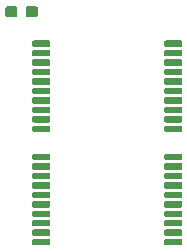
<source format=gbr>
G04 #@! TF.GenerationSoftware,KiCad,Pcbnew,(5.1.4)-1*
G04 #@! TF.CreationDate,2019-12-17T11:04:36-05:00*
G04 #@! TF.ProjectId,a500plus-chipram-expansion,61353030-706c-4757-932d-636869707261,rev?*
G04 #@! TF.SameCoordinates,Original*
G04 #@! TF.FileFunction,Paste,Bot*
G04 #@! TF.FilePolarity,Positive*
%FSLAX46Y46*%
G04 Gerber Fmt 4.6, Leading zero omitted, Abs format (unit mm)*
G04 Created by KiCad (PCBNEW (5.1.4)-1) date 2019-12-17 11:04:36*
%MOMM*%
%LPD*%
G04 APERTURE LIST*
%ADD10C,0.100000*%
%ADD11C,0.950000*%
%ADD12C,0.550000*%
G04 APERTURE END LIST*
D10*
G36*
X88660779Y-47426144D02*
G01*
X88683834Y-47429563D01*
X88706443Y-47435227D01*
X88728387Y-47443079D01*
X88749457Y-47453044D01*
X88769448Y-47465026D01*
X88788168Y-47478910D01*
X88805438Y-47494562D01*
X88821090Y-47511832D01*
X88834974Y-47530552D01*
X88846956Y-47550543D01*
X88856921Y-47571613D01*
X88864773Y-47593557D01*
X88870437Y-47616166D01*
X88873856Y-47639221D01*
X88875000Y-47662500D01*
X88875000Y-48137500D01*
X88873856Y-48160779D01*
X88870437Y-48183834D01*
X88864773Y-48206443D01*
X88856921Y-48228387D01*
X88846956Y-48249457D01*
X88834974Y-48269448D01*
X88821090Y-48288168D01*
X88805438Y-48305438D01*
X88788168Y-48321090D01*
X88769448Y-48334974D01*
X88749457Y-48346956D01*
X88728387Y-48356921D01*
X88706443Y-48364773D01*
X88683834Y-48370437D01*
X88660779Y-48373856D01*
X88637500Y-48375000D01*
X88062500Y-48375000D01*
X88039221Y-48373856D01*
X88016166Y-48370437D01*
X87993557Y-48364773D01*
X87971613Y-48356921D01*
X87950543Y-48346956D01*
X87930552Y-48334974D01*
X87911832Y-48321090D01*
X87894562Y-48305438D01*
X87878910Y-48288168D01*
X87865026Y-48269448D01*
X87853044Y-48249457D01*
X87843079Y-48228387D01*
X87835227Y-48206443D01*
X87829563Y-48183834D01*
X87826144Y-48160779D01*
X87825000Y-48137500D01*
X87825000Y-47662500D01*
X87826144Y-47639221D01*
X87829563Y-47616166D01*
X87835227Y-47593557D01*
X87843079Y-47571613D01*
X87853044Y-47550543D01*
X87865026Y-47530552D01*
X87878910Y-47511832D01*
X87894562Y-47494562D01*
X87911832Y-47478910D01*
X87930552Y-47465026D01*
X87950543Y-47453044D01*
X87971613Y-47443079D01*
X87993557Y-47435227D01*
X88016166Y-47429563D01*
X88039221Y-47426144D01*
X88062500Y-47425000D01*
X88637500Y-47425000D01*
X88660779Y-47426144D01*
X88660779Y-47426144D01*
G37*
D11*
X88350000Y-47900000D03*
D10*
G36*
X90410779Y-47426144D02*
G01*
X90433834Y-47429563D01*
X90456443Y-47435227D01*
X90478387Y-47443079D01*
X90499457Y-47453044D01*
X90519448Y-47465026D01*
X90538168Y-47478910D01*
X90555438Y-47494562D01*
X90571090Y-47511832D01*
X90584974Y-47530552D01*
X90596956Y-47550543D01*
X90606921Y-47571613D01*
X90614773Y-47593557D01*
X90620437Y-47616166D01*
X90623856Y-47639221D01*
X90625000Y-47662500D01*
X90625000Y-48137500D01*
X90623856Y-48160779D01*
X90620437Y-48183834D01*
X90614773Y-48206443D01*
X90606921Y-48228387D01*
X90596956Y-48249457D01*
X90584974Y-48269448D01*
X90571090Y-48288168D01*
X90555438Y-48305438D01*
X90538168Y-48321090D01*
X90519448Y-48334974D01*
X90499457Y-48346956D01*
X90478387Y-48356921D01*
X90456443Y-48364773D01*
X90433834Y-48370437D01*
X90410779Y-48373856D01*
X90387500Y-48375000D01*
X89812500Y-48375000D01*
X89789221Y-48373856D01*
X89766166Y-48370437D01*
X89743557Y-48364773D01*
X89721613Y-48356921D01*
X89700543Y-48346956D01*
X89680552Y-48334974D01*
X89661832Y-48321090D01*
X89644562Y-48305438D01*
X89628910Y-48288168D01*
X89615026Y-48269448D01*
X89603044Y-48249457D01*
X89593079Y-48228387D01*
X89585227Y-48206443D01*
X89579563Y-48183834D01*
X89576144Y-48160779D01*
X89575000Y-48137500D01*
X89575000Y-47662500D01*
X89576144Y-47639221D01*
X89579563Y-47616166D01*
X89585227Y-47593557D01*
X89593079Y-47571613D01*
X89603044Y-47550543D01*
X89615026Y-47530552D01*
X89628910Y-47511832D01*
X89644562Y-47494562D01*
X89661832Y-47478910D01*
X89680552Y-47465026D01*
X89700543Y-47453044D01*
X89721613Y-47443079D01*
X89743557Y-47435227D01*
X89766166Y-47429563D01*
X89789221Y-47426144D01*
X89812500Y-47425000D01*
X90387500Y-47425000D01*
X90410779Y-47426144D01*
X90410779Y-47426144D01*
G37*
D11*
X90100000Y-47900000D03*
D10*
G36*
X102713477Y-67125662D02*
G01*
X102726825Y-67127642D01*
X102739914Y-67130921D01*
X102752619Y-67135467D01*
X102764817Y-67141236D01*
X102776391Y-67148173D01*
X102787229Y-67156211D01*
X102797227Y-67165273D01*
X102806289Y-67175271D01*
X102814327Y-67186109D01*
X102821264Y-67197683D01*
X102827033Y-67209881D01*
X102831579Y-67222586D01*
X102834858Y-67235675D01*
X102836838Y-67249023D01*
X102837500Y-67262500D01*
X102837500Y-67537500D01*
X102836838Y-67550977D01*
X102834858Y-67564325D01*
X102831579Y-67577414D01*
X102827033Y-67590119D01*
X102821264Y-67602317D01*
X102814327Y-67613891D01*
X102806289Y-67624729D01*
X102797227Y-67634727D01*
X102787229Y-67643789D01*
X102776391Y-67651827D01*
X102764817Y-67658764D01*
X102752619Y-67664533D01*
X102739914Y-67669079D01*
X102726825Y-67672358D01*
X102713477Y-67674338D01*
X102700000Y-67675000D01*
X101450000Y-67675000D01*
X101436523Y-67674338D01*
X101423175Y-67672358D01*
X101410086Y-67669079D01*
X101397381Y-67664533D01*
X101385183Y-67658764D01*
X101373609Y-67651827D01*
X101362771Y-67643789D01*
X101352773Y-67634727D01*
X101343711Y-67624729D01*
X101335673Y-67613891D01*
X101328736Y-67602317D01*
X101322967Y-67590119D01*
X101318421Y-67577414D01*
X101315142Y-67564325D01*
X101313162Y-67550977D01*
X101312500Y-67537500D01*
X101312500Y-67262500D01*
X101313162Y-67249023D01*
X101315142Y-67235675D01*
X101318421Y-67222586D01*
X101322967Y-67209881D01*
X101328736Y-67197683D01*
X101335673Y-67186109D01*
X101343711Y-67175271D01*
X101352773Y-67165273D01*
X101362771Y-67156211D01*
X101373609Y-67148173D01*
X101385183Y-67141236D01*
X101397381Y-67135467D01*
X101410086Y-67130921D01*
X101423175Y-67127642D01*
X101436523Y-67125662D01*
X101450000Y-67125000D01*
X102700000Y-67125000D01*
X102713477Y-67125662D01*
X102713477Y-67125662D01*
G37*
D12*
X102075000Y-67400000D03*
D10*
G36*
X102713477Y-66325662D02*
G01*
X102726825Y-66327642D01*
X102739914Y-66330921D01*
X102752619Y-66335467D01*
X102764817Y-66341236D01*
X102776391Y-66348173D01*
X102787229Y-66356211D01*
X102797227Y-66365273D01*
X102806289Y-66375271D01*
X102814327Y-66386109D01*
X102821264Y-66397683D01*
X102827033Y-66409881D01*
X102831579Y-66422586D01*
X102834858Y-66435675D01*
X102836838Y-66449023D01*
X102837500Y-66462500D01*
X102837500Y-66737500D01*
X102836838Y-66750977D01*
X102834858Y-66764325D01*
X102831579Y-66777414D01*
X102827033Y-66790119D01*
X102821264Y-66802317D01*
X102814327Y-66813891D01*
X102806289Y-66824729D01*
X102797227Y-66834727D01*
X102787229Y-66843789D01*
X102776391Y-66851827D01*
X102764817Y-66858764D01*
X102752619Y-66864533D01*
X102739914Y-66869079D01*
X102726825Y-66872358D01*
X102713477Y-66874338D01*
X102700000Y-66875000D01*
X101450000Y-66875000D01*
X101436523Y-66874338D01*
X101423175Y-66872358D01*
X101410086Y-66869079D01*
X101397381Y-66864533D01*
X101385183Y-66858764D01*
X101373609Y-66851827D01*
X101362771Y-66843789D01*
X101352773Y-66834727D01*
X101343711Y-66824729D01*
X101335673Y-66813891D01*
X101328736Y-66802317D01*
X101322967Y-66790119D01*
X101318421Y-66777414D01*
X101315142Y-66764325D01*
X101313162Y-66750977D01*
X101312500Y-66737500D01*
X101312500Y-66462500D01*
X101313162Y-66449023D01*
X101315142Y-66435675D01*
X101318421Y-66422586D01*
X101322967Y-66409881D01*
X101328736Y-66397683D01*
X101335673Y-66386109D01*
X101343711Y-66375271D01*
X101352773Y-66365273D01*
X101362771Y-66356211D01*
X101373609Y-66348173D01*
X101385183Y-66341236D01*
X101397381Y-66335467D01*
X101410086Y-66330921D01*
X101423175Y-66327642D01*
X101436523Y-66325662D01*
X101450000Y-66325000D01*
X102700000Y-66325000D01*
X102713477Y-66325662D01*
X102713477Y-66325662D01*
G37*
D12*
X102075000Y-66600000D03*
D10*
G36*
X102713477Y-65525662D02*
G01*
X102726825Y-65527642D01*
X102739914Y-65530921D01*
X102752619Y-65535467D01*
X102764817Y-65541236D01*
X102776391Y-65548173D01*
X102787229Y-65556211D01*
X102797227Y-65565273D01*
X102806289Y-65575271D01*
X102814327Y-65586109D01*
X102821264Y-65597683D01*
X102827033Y-65609881D01*
X102831579Y-65622586D01*
X102834858Y-65635675D01*
X102836838Y-65649023D01*
X102837500Y-65662500D01*
X102837500Y-65937500D01*
X102836838Y-65950977D01*
X102834858Y-65964325D01*
X102831579Y-65977414D01*
X102827033Y-65990119D01*
X102821264Y-66002317D01*
X102814327Y-66013891D01*
X102806289Y-66024729D01*
X102797227Y-66034727D01*
X102787229Y-66043789D01*
X102776391Y-66051827D01*
X102764817Y-66058764D01*
X102752619Y-66064533D01*
X102739914Y-66069079D01*
X102726825Y-66072358D01*
X102713477Y-66074338D01*
X102700000Y-66075000D01*
X101450000Y-66075000D01*
X101436523Y-66074338D01*
X101423175Y-66072358D01*
X101410086Y-66069079D01*
X101397381Y-66064533D01*
X101385183Y-66058764D01*
X101373609Y-66051827D01*
X101362771Y-66043789D01*
X101352773Y-66034727D01*
X101343711Y-66024729D01*
X101335673Y-66013891D01*
X101328736Y-66002317D01*
X101322967Y-65990119D01*
X101318421Y-65977414D01*
X101315142Y-65964325D01*
X101313162Y-65950977D01*
X101312500Y-65937500D01*
X101312500Y-65662500D01*
X101313162Y-65649023D01*
X101315142Y-65635675D01*
X101318421Y-65622586D01*
X101322967Y-65609881D01*
X101328736Y-65597683D01*
X101335673Y-65586109D01*
X101343711Y-65575271D01*
X101352773Y-65565273D01*
X101362771Y-65556211D01*
X101373609Y-65548173D01*
X101385183Y-65541236D01*
X101397381Y-65535467D01*
X101410086Y-65530921D01*
X101423175Y-65527642D01*
X101436523Y-65525662D01*
X101450000Y-65525000D01*
X102700000Y-65525000D01*
X102713477Y-65525662D01*
X102713477Y-65525662D01*
G37*
D12*
X102075000Y-65800000D03*
D10*
G36*
X102713477Y-64725662D02*
G01*
X102726825Y-64727642D01*
X102739914Y-64730921D01*
X102752619Y-64735467D01*
X102764817Y-64741236D01*
X102776391Y-64748173D01*
X102787229Y-64756211D01*
X102797227Y-64765273D01*
X102806289Y-64775271D01*
X102814327Y-64786109D01*
X102821264Y-64797683D01*
X102827033Y-64809881D01*
X102831579Y-64822586D01*
X102834858Y-64835675D01*
X102836838Y-64849023D01*
X102837500Y-64862500D01*
X102837500Y-65137500D01*
X102836838Y-65150977D01*
X102834858Y-65164325D01*
X102831579Y-65177414D01*
X102827033Y-65190119D01*
X102821264Y-65202317D01*
X102814327Y-65213891D01*
X102806289Y-65224729D01*
X102797227Y-65234727D01*
X102787229Y-65243789D01*
X102776391Y-65251827D01*
X102764817Y-65258764D01*
X102752619Y-65264533D01*
X102739914Y-65269079D01*
X102726825Y-65272358D01*
X102713477Y-65274338D01*
X102700000Y-65275000D01*
X101450000Y-65275000D01*
X101436523Y-65274338D01*
X101423175Y-65272358D01*
X101410086Y-65269079D01*
X101397381Y-65264533D01*
X101385183Y-65258764D01*
X101373609Y-65251827D01*
X101362771Y-65243789D01*
X101352773Y-65234727D01*
X101343711Y-65224729D01*
X101335673Y-65213891D01*
X101328736Y-65202317D01*
X101322967Y-65190119D01*
X101318421Y-65177414D01*
X101315142Y-65164325D01*
X101313162Y-65150977D01*
X101312500Y-65137500D01*
X101312500Y-64862500D01*
X101313162Y-64849023D01*
X101315142Y-64835675D01*
X101318421Y-64822586D01*
X101322967Y-64809881D01*
X101328736Y-64797683D01*
X101335673Y-64786109D01*
X101343711Y-64775271D01*
X101352773Y-64765273D01*
X101362771Y-64756211D01*
X101373609Y-64748173D01*
X101385183Y-64741236D01*
X101397381Y-64735467D01*
X101410086Y-64730921D01*
X101423175Y-64727642D01*
X101436523Y-64725662D01*
X101450000Y-64725000D01*
X102700000Y-64725000D01*
X102713477Y-64725662D01*
X102713477Y-64725662D01*
G37*
D12*
X102075000Y-65000000D03*
D10*
G36*
X102713477Y-63925662D02*
G01*
X102726825Y-63927642D01*
X102739914Y-63930921D01*
X102752619Y-63935467D01*
X102764817Y-63941236D01*
X102776391Y-63948173D01*
X102787229Y-63956211D01*
X102797227Y-63965273D01*
X102806289Y-63975271D01*
X102814327Y-63986109D01*
X102821264Y-63997683D01*
X102827033Y-64009881D01*
X102831579Y-64022586D01*
X102834858Y-64035675D01*
X102836838Y-64049023D01*
X102837500Y-64062500D01*
X102837500Y-64337500D01*
X102836838Y-64350977D01*
X102834858Y-64364325D01*
X102831579Y-64377414D01*
X102827033Y-64390119D01*
X102821264Y-64402317D01*
X102814327Y-64413891D01*
X102806289Y-64424729D01*
X102797227Y-64434727D01*
X102787229Y-64443789D01*
X102776391Y-64451827D01*
X102764817Y-64458764D01*
X102752619Y-64464533D01*
X102739914Y-64469079D01*
X102726825Y-64472358D01*
X102713477Y-64474338D01*
X102700000Y-64475000D01*
X101450000Y-64475000D01*
X101436523Y-64474338D01*
X101423175Y-64472358D01*
X101410086Y-64469079D01*
X101397381Y-64464533D01*
X101385183Y-64458764D01*
X101373609Y-64451827D01*
X101362771Y-64443789D01*
X101352773Y-64434727D01*
X101343711Y-64424729D01*
X101335673Y-64413891D01*
X101328736Y-64402317D01*
X101322967Y-64390119D01*
X101318421Y-64377414D01*
X101315142Y-64364325D01*
X101313162Y-64350977D01*
X101312500Y-64337500D01*
X101312500Y-64062500D01*
X101313162Y-64049023D01*
X101315142Y-64035675D01*
X101318421Y-64022586D01*
X101322967Y-64009881D01*
X101328736Y-63997683D01*
X101335673Y-63986109D01*
X101343711Y-63975271D01*
X101352773Y-63965273D01*
X101362771Y-63956211D01*
X101373609Y-63948173D01*
X101385183Y-63941236D01*
X101397381Y-63935467D01*
X101410086Y-63930921D01*
X101423175Y-63927642D01*
X101436523Y-63925662D01*
X101450000Y-63925000D01*
X102700000Y-63925000D01*
X102713477Y-63925662D01*
X102713477Y-63925662D01*
G37*
D12*
X102075000Y-64200000D03*
D10*
G36*
X102713477Y-63125662D02*
G01*
X102726825Y-63127642D01*
X102739914Y-63130921D01*
X102752619Y-63135467D01*
X102764817Y-63141236D01*
X102776391Y-63148173D01*
X102787229Y-63156211D01*
X102797227Y-63165273D01*
X102806289Y-63175271D01*
X102814327Y-63186109D01*
X102821264Y-63197683D01*
X102827033Y-63209881D01*
X102831579Y-63222586D01*
X102834858Y-63235675D01*
X102836838Y-63249023D01*
X102837500Y-63262500D01*
X102837500Y-63537500D01*
X102836838Y-63550977D01*
X102834858Y-63564325D01*
X102831579Y-63577414D01*
X102827033Y-63590119D01*
X102821264Y-63602317D01*
X102814327Y-63613891D01*
X102806289Y-63624729D01*
X102797227Y-63634727D01*
X102787229Y-63643789D01*
X102776391Y-63651827D01*
X102764817Y-63658764D01*
X102752619Y-63664533D01*
X102739914Y-63669079D01*
X102726825Y-63672358D01*
X102713477Y-63674338D01*
X102700000Y-63675000D01*
X101450000Y-63675000D01*
X101436523Y-63674338D01*
X101423175Y-63672358D01*
X101410086Y-63669079D01*
X101397381Y-63664533D01*
X101385183Y-63658764D01*
X101373609Y-63651827D01*
X101362771Y-63643789D01*
X101352773Y-63634727D01*
X101343711Y-63624729D01*
X101335673Y-63613891D01*
X101328736Y-63602317D01*
X101322967Y-63590119D01*
X101318421Y-63577414D01*
X101315142Y-63564325D01*
X101313162Y-63550977D01*
X101312500Y-63537500D01*
X101312500Y-63262500D01*
X101313162Y-63249023D01*
X101315142Y-63235675D01*
X101318421Y-63222586D01*
X101322967Y-63209881D01*
X101328736Y-63197683D01*
X101335673Y-63186109D01*
X101343711Y-63175271D01*
X101352773Y-63165273D01*
X101362771Y-63156211D01*
X101373609Y-63148173D01*
X101385183Y-63141236D01*
X101397381Y-63135467D01*
X101410086Y-63130921D01*
X101423175Y-63127642D01*
X101436523Y-63125662D01*
X101450000Y-63125000D01*
X102700000Y-63125000D01*
X102713477Y-63125662D01*
X102713477Y-63125662D01*
G37*
D12*
X102075000Y-63400000D03*
D10*
G36*
X102713477Y-62325662D02*
G01*
X102726825Y-62327642D01*
X102739914Y-62330921D01*
X102752619Y-62335467D01*
X102764817Y-62341236D01*
X102776391Y-62348173D01*
X102787229Y-62356211D01*
X102797227Y-62365273D01*
X102806289Y-62375271D01*
X102814327Y-62386109D01*
X102821264Y-62397683D01*
X102827033Y-62409881D01*
X102831579Y-62422586D01*
X102834858Y-62435675D01*
X102836838Y-62449023D01*
X102837500Y-62462500D01*
X102837500Y-62737500D01*
X102836838Y-62750977D01*
X102834858Y-62764325D01*
X102831579Y-62777414D01*
X102827033Y-62790119D01*
X102821264Y-62802317D01*
X102814327Y-62813891D01*
X102806289Y-62824729D01*
X102797227Y-62834727D01*
X102787229Y-62843789D01*
X102776391Y-62851827D01*
X102764817Y-62858764D01*
X102752619Y-62864533D01*
X102739914Y-62869079D01*
X102726825Y-62872358D01*
X102713477Y-62874338D01*
X102700000Y-62875000D01*
X101450000Y-62875000D01*
X101436523Y-62874338D01*
X101423175Y-62872358D01*
X101410086Y-62869079D01*
X101397381Y-62864533D01*
X101385183Y-62858764D01*
X101373609Y-62851827D01*
X101362771Y-62843789D01*
X101352773Y-62834727D01*
X101343711Y-62824729D01*
X101335673Y-62813891D01*
X101328736Y-62802317D01*
X101322967Y-62790119D01*
X101318421Y-62777414D01*
X101315142Y-62764325D01*
X101313162Y-62750977D01*
X101312500Y-62737500D01*
X101312500Y-62462500D01*
X101313162Y-62449023D01*
X101315142Y-62435675D01*
X101318421Y-62422586D01*
X101322967Y-62409881D01*
X101328736Y-62397683D01*
X101335673Y-62386109D01*
X101343711Y-62375271D01*
X101352773Y-62365273D01*
X101362771Y-62356211D01*
X101373609Y-62348173D01*
X101385183Y-62341236D01*
X101397381Y-62335467D01*
X101410086Y-62330921D01*
X101423175Y-62327642D01*
X101436523Y-62325662D01*
X101450000Y-62325000D01*
X102700000Y-62325000D01*
X102713477Y-62325662D01*
X102713477Y-62325662D01*
G37*
D12*
X102075000Y-62600000D03*
D10*
G36*
X102713477Y-61525662D02*
G01*
X102726825Y-61527642D01*
X102739914Y-61530921D01*
X102752619Y-61535467D01*
X102764817Y-61541236D01*
X102776391Y-61548173D01*
X102787229Y-61556211D01*
X102797227Y-61565273D01*
X102806289Y-61575271D01*
X102814327Y-61586109D01*
X102821264Y-61597683D01*
X102827033Y-61609881D01*
X102831579Y-61622586D01*
X102834858Y-61635675D01*
X102836838Y-61649023D01*
X102837500Y-61662500D01*
X102837500Y-61937500D01*
X102836838Y-61950977D01*
X102834858Y-61964325D01*
X102831579Y-61977414D01*
X102827033Y-61990119D01*
X102821264Y-62002317D01*
X102814327Y-62013891D01*
X102806289Y-62024729D01*
X102797227Y-62034727D01*
X102787229Y-62043789D01*
X102776391Y-62051827D01*
X102764817Y-62058764D01*
X102752619Y-62064533D01*
X102739914Y-62069079D01*
X102726825Y-62072358D01*
X102713477Y-62074338D01*
X102700000Y-62075000D01*
X101450000Y-62075000D01*
X101436523Y-62074338D01*
X101423175Y-62072358D01*
X101410086Y-62069079D01*
X101397381Y-62064533D01*
X101385183Y-62058764D01*
X101373609Y-62051827D01*
X101362771Y-62043789D01*
X101352773Y-62034727D01*
X101343711Y-62024729D01*
X101335673Y-62013891D01*
X101328736Y-62002317D01*
X101322967Y-61990119D01*
X101318421Y-61977414D01*
X101315142Y-61964325D01*
X101313162Y-61950977D01*
X101312500Y-61937500D01*
X101312500Y-61662500D01*
X101313162Y-61649023D01*
X101315142Y-61635675D01*
X101318421Y-61622586D01*
X101322967Y-61609881D01*
X101328736Y-61597683D01*
X101335673Y-61586109D01*
X101343711Y-61575271D01*
X101352773Y-61565273D01*
X101362771Y-61556211D01*
X101373609Y-61548173D01*
X101385183Y-61541236D01*
X101397381Y-61535467D01*
X101410086Y-61530921D01*
X101423175Y-61527642D01*
X101436523Y-61525662D01*
X101450000Y-61525000D01*
X102700000Y-61525000D01*
X102713477Y-61525662D01*
X102713477Y-61525662D01*
G37*
D12*
X102075000Y-61800000D03*
D10*
G36*
X102713477Y-60725662D02*
G01*
X102726825Y-60727642D01*
X102739914Y-60730921D01*
X102752619Y-60735467D01*
X102764817Y-60741236D01*
X102776391Y-60748173D01*
X102787229Y-60756211D01*
X102797227Y-60765273D01*
X102806289Y-60775271D01*
X102814327Y-60786109D01*
X102821264Y-60797683D01*
X102827033Y-60809881D01*
X102831579Y-60822586D01*
X102834858Y-60835675D01*
X102836838Y-60849023D01*
X102837500Y-60862500D01*
X102837500Y-61137500D01*
X102836838Y-61150977D01*
X102834858Y-61164325D01*
X102831579Y-61177414D01*
X102827033Y-61190119D01*
X102821264Y-61202317D01*
X102814327Y-61213891D01*
X102806289Y-61224729D01*
X102797227Y-61234727D01*
X102787229Y-61243789D01*
X102776391Y-61251827D01*
X102764817Y-61258764D01*
X102752619Y-61264533D01*
X102739914Y-61269079D01*
X102726825Y-61272358D01*
X102713477Y-61274338D01*
X102700000Y-61275000D01*
X101450000Y-61275000D01*
X101436523Y-61274338D01*
X101423175Y-61272358D01*
X101410086Y-61269079D01*
X101397381Y-61264533D01*
X101385183Y-61258764D01*
X101373609Y-61251827D01*
X101362771Y-61243789D01*
X101352773Y-61234727D01*
X101343711Y-61224729D01*
X101335673Y-61213891D01*
X101328736Y-61202317D01*
X101322967Y-61190119D01*
X101318421Y-61177414D01*
X101315142Y-61164325D01*
X101313162Y-61150977D01*
X101312500Y-61137500D01*
X101312500Y-60862500D01*
X101313162Y-60849023D01*
X101315142Y-60835675D01*
X101318421Y-60822586D01*
X101322967Y-60809881D01*
X101328736Y-60797683D01*
X101335673Y-60786109D01*
X101343711Y-60775271D01*
X101352773Y-60765273D01*
X101362771Y-60756211D01*
X101373609Y-60748173D01*
X101385183Y-60741236D01*
X101397381Y-60735467D01*
X101410086Y-60730921D01*
X101423175Y-60727642D01*
X101436523Y-60725662D01*
X101450000Y-60725000D01*
X102700000Y-60725000D01*
X102713477Y-60725662D01*
X102713477Y-60725662D01*
G37*
D12*
X102075000Y-61000000D03*
D10*
G36*
X102713477Y-59925662D02*
G01*
X102726825Y-59927642D01*
X102739914Y-59930921D01*
X102752619Y-59935467D01*
X102764817Y-59941236D01*
X102776391Y-59948173D01*
X102787229Y-59956211D01*
X102797227Y-59965273D01*
X102806289Y-59975271D01*
X102814327Y-59986109D01*
X102821264Y-59997683D01*
X102827033Y-60009881D01*
X102831579Y-60022586D01*
X102834858Y-60035675D01*
X102836838Y-60049023D01*
X102837500Y-60062500D01*
X102837500Y-60337500D01*
X102836838Y-60350977D01*
X102834858Y-60364325D01*
X102831579Y-60377414D01*
X102827033Y-60390119D01*
X102821264Y-60402317D01*
X102814327Y-60413891D01*
X102806289Y-60424729D01*
X102797227Y-60434727D01*
X102787229Y-60443789D01*
X102776391Y-60451827D01*
X102764817Y-60458764D01*
X102752619Y-60464533D01*
X102739914Y-60469079D01*
X102726825Y-60472358D01*
X102713477Y-60474338D01*
X102700000Y-60475000D01*
X101450000Y-60475000D01*
X101436523Y-60474338D01*
X101423175Y-60472358D01*
X101410086Y-60469079D01*
X101397381Y-60464533D01*
X101385183Y-60458764D01*
X101373609Y-60451827D01*
X101362771Y-60443789D01*
X101352773Y-60434727D01*
X101343711Y-60424729D01*
X101335673Y-60413891D01*
X101328736Y-60402317D01*
X101322967Y-60390119D01*
X101318421Y-60377414D01*
X101315142Y-60364325D01*
X101313162Y-60350977D01*
X101312500Y-60337500D01*
X101312500Y-60062500D01*
X101313162Y-60049023D01*
X101315142Y-60035675D01*
X101318421Y-60022586D01*
X101322967Y-60009881D01*
X101328736Y-59997683D01*
X101335673Y-59986109D01*
X101343711Y-59975271D01*
X101352773Y-59965273D01*
X101362771Y-59956211D01*
X101373609Y-59948173D01*
X101385183Y-59941236D01*
X101397381Y-59935467D01*
X101410086Y-59930921D01*
X101423175Y-59927642D01*
X101436523Y-59925662D01*
X101450000Y-59925000D01*
X102700000Y-59925000D01*
X102713477Y-59925662D01*
X102713477Y-59925662D01*
G37*
D12*
X102075000Y-60200000D03*
D10*
G36*
X102713477Y-57525662D02*
G01*
X102726825Y-57527642D01*
X102739914Y-57530921D01*
X102752619Y-57535467D01*
X102764817Y-57541236D01*
X102776391Y-57548173D01*
X102787229Y-57556211D01*
X102797227Y-57565273D01*
X102806289Y-57575271D01*
X102814327Y-57586109D01*
X102821264Y-57597683D01*
X102827033Y-57609881D01*
X102831579Y-57622586D01*
X102834858Y-57635675D01*
X102836838Y-57649023D01*
X102837500Y-57662500D01*
X102837500Y-57937500D01*
X102836838Y-57950977D01*
X102834858Y-57964325D01*
X102831579Y-57977414D01*
X102827033Y-57990119D01*
X102821264Y-58002317D01*
X102814327Y-58013891D01*
X102806289Y-58024729D01*
X102797227Y-58034727D01*
X102787229Y-58043789D01*
X102776391Y-58051827D01*
X102764817Y-58058764D01*
X102752619Y-58064533D01*
X102739914Y-58069079D01*
X102726825Y-58072358D01*
X102713477Y-58074338D01*
X102700000Y-58075000D01*
X101450000Y-58075000D01*
X101436523Y-58074338D01*
X101423175Y-58072358D01*
X101410086Y-58069079D01*
X101397381Y-58064533D01*
X101385183Y-58058764D01*
X101373609Y-58051827D01*
X101362771Y-58043789D01*
X101352773Y-58034727D01*
X101343711Y-58024729D01*
X101335673Y-58013891D01*
X101328736Y-58002317D01*
X101322967Y-57990119D01*
X101318421Y-57977414D01*
X101315142Y-57964325D01*
X101313162Y-57950977D01*
X101312500Y-57937500D01*
X101312500Y-57662500D01*
X101313162Y-57649023D01*
X101315142Y-57635675D01*
X101318421Y-57622586D01*
X101322967Y-57609881D01*
X101328736Y-57597683D01*
X101335673Y-57586109D01*
X101343711Y-57575271D01*
X101352773Y-57565273D01*
X101362771Y-57556211D01*
X101373609Y-57548173D01*
X101385183Y-57541236D01*
X101397381Y-57535467D01*
X101410086Y-57530921D01*
X101423175Y-57527642D01*
X101436523Y-57525662D01*
X101450000Y-57525000D01*
X102700000Y-57525000D01*
X102713477Y-57525662D01*
X102713477Y-57525662D01*
G37*
D12*
X102075000Y-57800000D03*
D10*
G36*
X102713477Y-56725662D02*
G01*
X102726825Y-56727642D01*
X102739914Y-56730921D01*
X102752619Y-56735467D01*
X102764817Y-56741236D01*
X102776391Y-56748173D01*
X102787229Y-56756211D01*
X102797227Y-56765273D01*
X102806289Y-56775271D01*
X102814327Y-56786109D01*
X102821264Y-56797683D01*
X102827033Y-56809881D01*
X102831579Y-56822586D01*
X102834858Y-56835675D01*
X102836838Y-56849023D01*
X102837500Y-56862500D01*
X102837500Y-57137500D01*
X102836838Y-57150977D01*
X102834858Y-57164325D01*
X102831579Y-57177414D01*
X102827033Y-57190119D01*
X102821264Y-57202317D01*
X102814327Y-57213891D01*
X102806289Y-57224729D01*
X102797227Y-57234727D01*
X102787229Y-57243789D01*
X102776391Y-57251827D01*
X102764817Y-57258764D01*
X102752619Y-57264533D01*
X102739914Y-57269079D01*
X102726825Y-57272358D01*
X102713477Y-57274338D01*
X102700000Y-57275000D01*
X101450000Y-57275000D01*
X101436523Y-57274338D01*
X101423175Y-57272358D01*
X101410086Y-57269079D01*
X101397381Y-57264533D01*
X101385183Y-57258764D01*
X101373609Y-57251827D01*
X101362771Y-57243789D01*
X101352773Y-57234727D01*
X101343711Y-57224729D01*
X101335673Y-57213891D01*
X101328736Y-57202317D01*
X101322967Y-57190119D01*
X101318421Y-57177414D01*
X101315142Y-57164325D01*
X101313162Y-57150977D01*
X101312500Y-57137500D01*
X101312500Y-56862500D01*
X101313162Y-56849023D01*
X101315142Y-56835675D01*
X101318421Y-56822586D01*
X101322967Y-56809881D01*
X101328736Y-56797683D01*
X101335673Y-56786109D01*
X101343711Y-56775271D01*
X101352773Y-56765273D01*
X101362771Y-56756211D01*
X101373609Y-56748173D01*
X101385183Y-56741236D01*
X101397381Y-56735467D01*
X101410086Y-56730921D01*
X101423175Y-56727642D01*
X101436523Y-56725662D01*
X101450000Y-56725000D01*
X102700000Y-56725000D01*
X102713477Y-56725662D01*
X102713477Y-56725662D01*
G37*
D12*
X102075000Y-57000000D03*
D10*
G36*
X102713477Y-55925662D02*
G01*
X102726825Y-55927642D01*
X102739914Y-55930921D01*
X102752619Y-55935467D01*
X102764817Y-55941236D01*
X102776391Y-55948173D01*
X102787229Y-55956211D01*
X102797227Y-55965273D01*
X102806289Y-55975271D01*
X102814327Y-55986109D01*
X102821264Y-55997683D01*
X102827033Y-56009881D01*
X102831579Y-56022586D01*
X102834858Y-56035675D01*
X102836838Y-56049023D01*
X102837500Y-56062500D01*
X102837500Y-56337500D01*
X102836838Y-56350977D01*
X102834858Y-56364325D01*
X102831579Y-56377414D01*
X102827033Y-56390119D01*
X102821264Y-56402317D01*
X102814327Y-56413891D01*
X102806289Y-56424729D01*
X102797227Y-56434727D01*
X102787229Y-56443789D01*
X102776391Y-56451827D01*
X102764817Y-56458764D01*
X102752619Y-56464533D01*
X102739914Y-56469079D01*
X102726825Y-56472358D01*
X102713477Y-56474338D01*
X102700000Y-56475000D01*
X101450000Y-56475000D01*
X101436523Y-56474338D01*
X101423175Y-56472358D01*
X101410086Y-56469079D01*
X101397381Y-56464533D01*
X101385183Y-56458764D01*
X101373609Y-56451827D01*
X101362771Y-56443789D01*
X101352773Y-56434727D01*
X101343711Y-56424729D01*
X101335673Y-56413891D01*
X101328736Y-56402317D01*
X101322967Y-56390119D01*
X101318421Y-56377414D01*
X101315142Y-56364325D01*
X101313162Y-56350977D01*
X101312500Y-56337500D01*
X101312500Y-56062500D01*
X101313162Y-56049023D01*
X101315142Y-56035675D01*
X101318421Y-56022586D01*
X101322967Y-56009881D01*
X101328736Y-55997683D01*
X101335673Y-55986109D01*
X101343711Y-55975271D01*
X101352773Y-55965273D01*
X101362771Y-55956211D01*
X101373609Y-55948173D01*
X101385183Y-55941236D01*
X101397381Y-55935467D01*
X101410086Y-55930921D01*
X101423175Y-55927642D01*
X101436523Y-55925662D01*
X101450000Y-55925000D01*
X102700000Y-55925000D01*
X102713477Y-55925662D01*
X102713477Y-55925662D01*
G37*
D12*
X102075000Y-56200000D03*
D10*
G36*
X102713477Y-55125662D02*
G01*
X102726825Y-55127642D01*
X102739914Y-55130921D01*
X102752619Y-55135467D01*
X102764817Y-55141236D01*
X102776391Y-55148173D01*
X102787229Y-55156211D01*
X102797227Y-55165273D01*
X102806289Y-55175271D01*
X102814327Y-55186109D01*
X102821264Y-55197683D01*
X102827033Y-55209881D01*
X102831579Y-55222586D01*
X102834858Y-55235675D01*
X102836838Y-55249023D01*
X102837500Y-55262500D01*
X102837500Y-55537500D01*
X102836838Y-55550977D01*
X102834858Y-55564325D01*
X102831579Y-55577414D01*
X102827033Y-55590119D01*
X102821264Y-55602317D01*
X102814327Y-55613891D01*
X102806289Y-55624729D01*
X102797227Y-55634727D01*
X102787229Y-55643789D01*
X102776391Y-55651827D01*
X102764817Y-55658764D01*
X102752619Y-55664533D01*
X102739914Y-55669079D01*
X102726825Y-55672358D01*
X102713477Y-55674338D01*
X102700000Y-55675000D01*
X101450000Y-55675000D01*
X101436523Y-55674338D01*
X101423175Y-55672358D01*
X101410086Y-55669079D01*
X101397381Y-55664533D01*
X101385183Y-55658764D01*
X101373609Y-55651827D01*
X101362771Y-55643789D01*
X101352773Y-55634727D01*
X101343711Y-55624729D01*
X101335673Y-55613891D01*
X101328736Y-55602317D01*
X101322967Y-55590119D01*
X101318421Y-55577414D01*
X101315142Y-55564325D01*
X101313162Y-55550977D01*
X101312500Y-55537500D01*
X101312500Y-55262500D01*
X101313162Y-55249023D01*
X101315142Y-55235675D01*
X101318421Y-55222586D01*
X101322967Y-55209881D01*
X101328736Y-55197683D01*
X101335673Y-55186109D01*
X101343711Y-55175271D01*
X101352773Y-55165273D01*
X101362771Y-55156211D01*
X101373609Y-55148173D01*
X101385183Y-55141236D01*
X101397381Y-55135467D01*
X101410086Y-55130921D01*
X101423175Y-55127642D01*
X101436523Y-55125662D01*
X101450000Y-55125000D01*
X102700000Y-55125000D01*
X102713477Y-55125662D01*
X102713477Y-55125662D01*
G37*
D12*
X102075000Y-55400000D03*
D10*
G36*
X102713477Y-54325662D02*
G01*
X102726825Y-54327642D01*
X102739914Y-54330921D01*
X102752619Y-54335467D01*
X102764817Y-54341236D01*
X102776391Y-54348173D01*
X102787229Y-54356211D01*
X102797227Y-54365273D01*
X102806289Y-54375271D01*
X102814327Y-54386109D01*
X102821264Y-54397683D01*
X102827033Y-54409881D01*
X102831579Y-54422586D01*
X102834858Y-54435675D01*
X102836838Y-54449023D01*
X102837500Y-54462500D01*
X102837500Y-54737500D01*
X102836838Y-54750977D01*
X102834858Y-54764325D01*
X102831579Y-54777414D01*
X102827033Y-54790119D01*
X102821264Y-54802317D01*
X102814327Y-54813891D01*
X102806289Y-54824729D01*
X102797227Y-54834727D01*
X102787229Y-54843789D01*
X102776391Y-54851827D01*
X102764817Y-54858764D01*
X102752619Y-54864533D01*
X102739914Y-54869079D01*
X102726825Y-54872358D01*
X102713477Y-54874338D01*
X102700000Y-54875000D01*
X101450000Y-54875000D01*
X101436523Y-54874338D01*
X101423175Y-54872358D01*
X101410086Y-54869079D01*
X101397381Y-54864533D01*
X101385183Y-54858764D01*
X101373609Y-54851827D01*
X101362771Y-54843789D01*
X101352773Y-54834727D01*
X101343711Y-54824729D01*
X101335673Y-54813891D01*
X101328736Y-54802317D01*
X101322967Y-54790119D01*
X101318421Y-54777414D01*
X101315142Y-54764325D01*
X101313162Y-54750977D01*
X101312500Y-54737500D01*
X101312500Y-54462500D01*
X101313162Y-54449023D01*
X101315142Y-54435675D01*
X101318421Y-54422586D01*
X101322967Y-54409881D01*
X101328736Y-54397683D01*
X101335673Y-54386109D01*
X101343711Y-54375271D01*
X101352773Y-54365273D01*
X101362771Y-54356211D01*
X101373609Y-54348173D01*
X101385183Y-54341236D01*
X101397381Y-54335467D01*
X101410086Y-54330921D01*
X101423175Y-54327642D01*
X101436523Y-54325662D01*
X101450000Y-54325000D01*
X102700000Y-54325000D01*
X102713477Y-54325662D01*
X102713477Y-54325662D01*
G37*
D12*
X102075000Y-54600000D03*
D10*
G36*
X102713477Y-53525662D02*
G01*
X102726825Y-53527642D01*
X102739914Y-53530921D01*
X102752619Y-53535467D01*
X102764817Y-53541236D01*
X102776391Y-53548173D01*
X102787229Y-53556211D01*
X102797227Y-53565273D01*
X102806289Y-53575271D01*
X102814327Y-53586109D01*
X102821264Y-53597683D01*
X102827033Y-53609881D01*
X102831579Y-53622586D01*
X102834858Y-53635675D01*
X102836838Y-53649023D01*
X102837500Y-53662500D01*
X102837500Y-53937500D01*
X102836838Y-53950977D01*
X102834858Y-53964325D01*
X102831579Y-53977414D01*
X102827033Y-53990119D01*
X102821264Y-54002317D01*
X102814327Y-54013891D01*
X102806289Y-54024729D01*
X102797227Y-54034727D01*
X102787229Y-54043789D01*
X102776391Y-54051827D01*
X102764817Y-54058764D01*
X102752619Y-54064533D01*
X102739914Y-54069079D01*
X102726825Y-54072358D01*
X102713477Y-54074338D01*
X102700000Y-54075000D01*
X101450000Y-54075000D01*
X101436523Y-54074338D01*
X101423175Y-54072358D01*
X101410086Y-54069079D01*
X101397381Y-54064533D01*
X101385183Y-54058764D01*
X101373609Y-54051827D01*
X101362771Y-54043789D01*
X101352773Y-54034727D01*
X101343711Y-54024729D01*
X101335673Y-54013891D01*
X101328736Y-54002317D01*
X101322967Y-53990119D01*
X101318421Y-53977414D01*
X101315142Y-53964325D01*
X101313162Y-53950977D01*
X101312500Y-53937500D01*
X101312500Y-53662500D01*
X101313162Y-53649023D01*
X101315142Y-53635675D01*
X101318421Y-53622586D01*
X101322967Y-53609881D01*
X101328736Y-53597683D01*
X101335673Y-53586109D01*
X101343711Y-53575271D01*
X101352773Y-53565273D01*
X101362771Y-53556211D01*
X101373609Y-53548173D01*
X101385183Y-53541236D01*
X101397381Y-53535467D01*
X101410086Y-53530921D01*
X101423175Y-53527642D01*
X101436523Y-53525662D01*
X101450000Y-53525000D01*
X102700000Y-53525000D01*
X102713477Y-53525662D01*
X102713477Y-53525662D01*
G37*
D12*
X102075000Y-53800000D03*
D10*
G36*
X102713477Y-52725662D02*
G01*
X102726825Y-52727642D01*
X102739914Y-52730921D01*
X102752619Y-52735467D01*
X102764817Y-52741236D01*
X102776391Y-52748173D01*
X102787229Y-52756211D01*
X102797227Y-52765273D01*
X102806289Y-52775271D01*
X102814327Y-52786109D01*
X102821264Y-52797683D01*
X102827033Y-52809881D01*
X102831579Y-52822586D01*
X102834858Y-52835675D01*
X102836838Y-52849023D01*
X102837500Y-52862500D01*
X102837500Y-53137500D01*
X102836838Y-53150977D01*
X102834858Y-53164325D01*
X102831579Y-53177414D01*
X102827033Y-53190119D01*
X102821264Y-53202317D01*
X102814327Y-53213891D01*
X102806289Y-53224729D01*
X102797227Y-53234727D01*
X102787229Y-53243789D01*
X102776391Y-53251827D01*
X102764817Y-53258764D01*
X102752619Y-53264533D01*
X102739914Y-53269079D01*
X102726825Y-53272358D01*
X102713477Y-53274338D01*
X102700000Y-53275000D01*
X101450000Y-53275000D01*
X101436523Y-53274338D01*
X101423175Y-53272358D01*
X101410086Y-53269079D01*
X101397381Y-53264533D01*
X101385183Y-53258764D01*
X101373609Y-53251827D01*
X101362771Y-53243789D01*
X101352773Y-53234727D01*
X101343711Y-53224729D01*
X101335673Y-53213891D01*
X101328736Y-53202317D01*
X101322967Y-53190119D01*
X101318421Y-53177414D01*
X101315142Y-53164325D01*
X101313162Y-53150977D01*
X101312500Y-53137500D01*
X101312500Y-52862500D01*
X101313162Y-52849023D01*
X101315142Y-52835675D01*
X101318421Y-52822586D01*
X101322967Y-52809881D01*
X101328736Y-52797683D01*
X101335673Y-52786109D01*
X101343711Y-52775271D01*
X101352773Y-52765273D01*
X101362771Y-52756211D01*
X101373609Y-52748173D01*
X101385183Y-52741236D01*
X101397381Y-52735467D01*
X101410086Y-52730921D01*
X101423175Y-52727642D01*
X101436523Y-52725662D01*
X101450000Y-52725000D01*
X102700000Y-52725000D01*
X102713477Y-52725662D01*
X102713477Y-52725662D01*
G37*
D12*
X102075000Y-53000000D03*
D10*
G36*
X102713477Y-51925662D02*
G01*
X102726825Y-51927642D01*
X102739914Y-51930921D01*
X102752619Y-51935467D01*
X102764817Y-51941236D01*
X102776391Y-51948173D01*
X102787229Y-51956211D01*
X102797227Y-51965273D01*
X102806289Y-51975271D01*
X102814327Y-51986109D01*
X102821264Y-51997683D01*
X102827033Y-52009881D01*
X102831579Y-52022586D01*
X102834858Y-52035675D01*
X102836838Y-52049023D01*
X102837500Y-52062500D01*
X102837500Y-52337500D01*
X102836838Y-52350977D01*
X102834858Y-52364325D01*
X102831579Y-52377414D01*
X102827033Y-52390119D01*
X102821264Y-52402317D01*
X102814327Y-52413891D01*
X102806289Y-52424729D01*
X102797227Y-52434727D01*
X102787229Y-52443789D01*
X102776391Y-52451827D01*
X102764817Y-52458764D01*
X102752619Y-52464533D01*
X102739914Y-52469079D01*
X102726825Y-52472358D01*
X102713477Y-52474338D01*
X102700000Y-52475000D01*
X101450000Y-52475000D01*
X101436523Y-52474338D01*
X101423175Y-52472358D01*
X101410086Y-52469079D01*
X101397381Y-52464533D01*
X101385183Y-52458764D01*
X101373609Y-52451827D01*
X101362771Y-52443789D01*
X101352773Y-52434727D01*
X101343711Y-52424729D01*
X101335673Y-52413891D01*
X101328736Y-52402317D01*
X101322967Y-52390119D01*
X101318421Y-52377414D01*
X101315142Y-52364325D01*
X101313162Y-52350977D01*
X101312500Y-52337500D01*
X101312500Y-52062500D01*
X101313162Y-52049023D01*
X101315142Y-52035675D01*
X101318421Y-52022586D01*
X101322967Y-52009881D01*
X101328736Y-51997683D01*
X101335673Y-51986109D01*
X101343711Y-51975271D01*
X101352773Y-51965273D01*
X101362771Y-51956211D01*
X101373609Y-51948173D01*
X101385183Y-51941236D01*
X101397381Y-51935467D01*
X101410086Y-51930921D01*
X101423175Y-51927642D01*
X101436523Y-51925662D01*
X101450000Y-51925000D01*
X102700000Y-51925000D01*
X102713477Y-51925662D01*
X102713477Y-51925662D01*
G37*
D12*
X102075000Y-52200000D03*
D10*
G36*
X102713477Y-51125662D02*
G01*
X102726825Y-51127642D01*
X102739914Y-51130921D01*
X102752619Y-51135467D01*
X102764817Y-51141236D01*
X102776391Y-51148173D01*
X102787229Y-51156211D01*
X102797227Y-51165273D01*
X102806289Y-51175271D01*
X102814327Y-51186109D01*
X102821264Y-51197683D01*
X102827033Y-51209881D01*
X102831579Y-51222586D01*
X102834858Y-51235675D01*
X102836838Y-51249023D01*
X102837500Y-51262500D01*
X102837500Y-51537500D01*
X102836838Y-51550977D01*
X102834858Y-51564325D01*
X102831579Y-51577414D01*
X102827033Y-51590119D01*
X102821264Y-51602317D01*
X102814327Y-51613891D01*
X102806289Y-51624729D01*
X102797227Y-51634727D01*
X102787229Y-51643789D01*
X102776391Y-51651827D01*
X102764817Y-51658764D01*
X102752619Y-51664533D01*
X102739914Y-51669079D01*
X102726825Y-51672358D01*
X102713477Y-51674338D01*
X102700000Y-51675000D01*
X101450000Y-51675000D01*
X101436523Y-51674338D01*
X101423175Y-51672358D01*
X101410086Y-51669079D01*
X101397381Y-51664533D01*
X101385183Y-51658764D01*
X101373609Y-51651827D01*
X101362771Y-51643789D01*
X101352773Y-51634727D01*
X101343711Y-51624729D01*
X101335673Y-51613891D01*
X101328736Y-51602317D01*
X101322967Y-51590119D01*
X101318421Y-51577414D01*
X101315142Y-51564325D01*
X101313162Y-51550977D01*
X101312500Y-51537500D01*
X101312500Y-51262500D01*
X101313162Y-51249023D01*
X101315142Y-51235675D01*
X101318421Y-51222586D01*
X101322967Y-51209881D01*
X101328736Y-51197683D01*
X101335673Y-51186109D01*
X101343711Y-51175271D01*
X101352773Y-51165273D01*
X101362771Y-51156211D01*
X101373609Y-51148173D01*
X101385183Y-51141236D01*
X101397381Y-51135467D01*
X101410086Y-51130921D01*
X101423175Y-51127642D01*
X101436523Y-51125662D01*
X101450000Y-51125000D01*
X102700000Y-51125000D01*
X102713477Y-51125662D01*
X102713477Y-51125662D01*
G37*
D12*
X102075000Y-51400000D03*
D10*
G36*
X102713477Y-50325662D02*
G01*
X102726825Y-50327642D01*
X102739914Y-50330921D01*
X102752619Y-50335467D01*
X102764817Y-50341236D01*
X102776391Y-50348173D01*
X102787229Y-50356211D01*
X102797227Y-50365273D01*
X102806289Y-50375271D01*
X102814327Y-50386109D01*
X102821264Y-50397683D01*
X102827033Y-50409881D01*
X102831579Y-50422586D01*
X102834858Y-50435675D01*
X102836838Y-50449023D01*
X102837500Y-50462500D01*
X102837500Y-50737500D01*
X102836838Y-50750977D01*
X102834858Y-50764325D01*
X102831579Y-50777414D01*
X102827033Y-50790119D01*
X102821264Y-50802317D01*
X102814327Y-50813891D01*
X102806289Y-50824729D01*
X102797227Y-50834727D01*
X102787229Y-50843789D01*
X102776391Y-50851827D01*
X102764817Y-50858764D01*
X102752619Y-50864533D01*
X102739914Y-50869079D01*
X102726825Y-50872358D01*
X102713477Y-50874338D01*
X102700000Y-50875000D01*
X101450000Y-50875000D01*
X101436523Y-50874338D01*
X101423175Y-50872358D01*
X101410086Y-50869079D01*
X101397381Y-50864533D01*
X101385183Y-50858764D01*
X101373609Y-50851827D01*
X101362771Y-50843789D01*
X101352773Y-50834727D01*
X101343711Y-50824729D01*
X101335673Y-50813891D01*
X101328736Y-50802317D01*
X101322967Y-50790119D01*
X101318421Y-50777414D01*
X101315142Y-50764325D01*
X101313162Y-50750977D01*
X101312500Y-50737500D01*
X101312500Y-50462500D01*
X101313162Y-50449023D01*
X101315142Y-50435675D01*
X101318421Y-50422586D01*
X101322967Y-50409881D01*
X101328736Y-50397683D01*
X101335673Y-50386109D01*
X101343711Y-50375271D01*
X101352773Y-50365273D01*
X101362771Y-50356211D01*
X101373609Y-50348173D01*
X101385183Y-50341236D01*
X101397381Y-50335467D01*
X101410086Y-50330921D01*
X101423175Y-50327642D01*
X101436523Y-50325662D01*
X101450000Y-50325000D01*
X102700000Y-50325000D01*
X102713477Y-50325662D01*
X102713477Y-50325662D01*
G37*
D12*
X102075000Y-50600000D03*
D10*
G36*
X91538477Y-50325662D02*
G01*
X91551825Y-50327642D01*
X91564914Y-50330921D01*
X91577619Y-50335467D01*
X91589817Y-50341236D01*
X91601391Y-50348173D01*
X91612229Y-50356211D01*
X91622227Y-50365273D01*
X91631289Y-50375271D01*
X91639327Y-50386109D01*
X91646264Y-50397683D01*
X91652033Y-50409881D01*
X91656579Y-50422586D01*
X91659858Y-50435675D01*
X91661838Y-50449023D01*
X91662500Y-50462500D01*
X91662500Y-50737500D01*
X91661838Y-50750977D01*
X91659858Y-50764325D01*
X91656579Y-50777414D01*
X91652033Y-50790119D01*
X91646264Y-50802317D01*
X91639327Y-50813891D01*
X91631289Y-50824729D01*
X91622227Y-50834727D01*
X91612229Y-50843789D01*
X91601391Y-50851827D01*
X91589817Y-50858764D01*
X91577619Y-50864533D01*
X91564914Y-50869079D01*
X91551825Y-50872358D01*
X91538477Y-50874338D01*
X91525000Y-50875000D01*
X90275000Y-50875000D01*
X90261523Y-50874338D01*
X90248175Y-50872358D01*
X90235086Y-50869079D01*
X90222381Y-50864533D01*
X90210183Y-50858764D01*
X90198609Y-50851827D01*
X90187771Y-50843789D01*
X90177773Y-50834727D01*
X90168711Y-50824729D01*
X90160673Y-50813891D01*
X90153736Y-50802317D01*
X90147967Y-50790119D01*
X90143421Y-50777414D01*
X90140142Y-50764325D01*
X90138162Y-50750977D01*
X90137500Y-50737500D01*
X90137500Y-50462500D01*
X90138162Y-50449023D01*
X90140142Y-50435675D01*
X90143421Y-50422586D01*
X90147967Y-50409881D01*
X90153736Y-50397683D01*
X90160673Y-50386109D01*
X90168711Y-50375271D01*
X90177773Y-50365273D01*
X90187771Y-50356211D01*
X90198609Y-50348173D01*
X90210183Y-50341236D01*
X90222381Y-50335467D01*
X90235086Y-50330921D01*
X90248175Y-50327642D01*
X90261523Y-50325662D01*
X90275000Y-50325000D01*
X91525000Y-50325000D01*
X91538477Y-50325662D01*
X91538477Y-50325662D01*
G37*
D12*
X90900000Y-50600000D03*
D10*
G36*
X91538477Y-51125662D02*
G01*
X91551825Y-51127642D01*
X91564914Y-51130921D01*
X91577619Y-51135467D01*
X91589817Y-51141236D01*
X91601391Y-51148173D01*
X91612229Y-51156211D01*
X91622227Y-51165273D01*
X91631289Y-51175271D01*
X91639327Y-51186109D01*
X91646264Y-51197683D01*
X91652033Y-51209881D01*
X91656579Y-51222586D01*
X91659858Y-51235675D01*
X91661838Y-51249023D01*
X91662500Y-51262500D01*
X91662500Y-51537500D01*
X91661838Y-51550977D01*
X91659858Y-51564325D01*
X91656579Y-51577414D01*
X91652033Y-51590119D01*
X91646264Y-51602317D01*
X91639327Y-51613891D01*
X91631289Y-51624729D01*
X91622227Y-51634727D01*
X91612229Y-51643789D01*
X91601391Y-51651827D01*
X91589817Y-51658764D01*
X91577619Y-51664533D01*
X91564914Y-51669079D01*
X91551825Y-51672358D01*
X91538477Y-51674338D01*
X91525000Y-51675000D01*
X90275000Y-51675000D01*
X90261523Y-51674338D01*
X90248175Y-51672358D01*
X90235086Y-51669079D01*
X90222381Y-51664533D01*
X90210183Y-51658764D01*
X90198609Y-51651827D01*
X90187771Y-51643789D01*
X90177773Y-51634727D01*
X90168711Y-51624729D01*
X90160673Y-51613891D01*
X90153736Y-51602317D01*
X90147967Y-51590119D01*
X90143421Y-51577414D01*
X90140142Y-51564325D01*
X90138162Y-51550977D01*
X90137500Y-51537500D01*
X90137500Y-51262500D01*
X90138162Y-51249023D01*
X90140142Y-51235675D01*
X90143421Y-51222586D01*
X90147967Y-51209881D01*
X90153736Y-51197683D01*
X90160673Y-51186109D01*
X90168711Y-51175271D01*
X90177773Y-51165273D01*
X90187771Y-51156211D01*
X90198609Y-51148173D01*
X90210183Y-51141236D01*
X90222381Y-51135467D01*
X90235086Y-51130921D01*
X90248175Y-51127642D01*
X90261523Y-51125662D01*
X90275000Y-51125000D01*
X91525000Y-51125000D01*
X91538477Y-51125662D01*
X91538477Y-51125662D01*
G37*
D12*
X90900000Y-51400000D03*
D10*
G36*
X91538477Y-51925662D02*
G01*
X91551825Y-51927642D01*
X91564914Y-51930921D01*
X91577619Y-51935467D01*
X91589817Y-51941236D01*
X91601391Y-51948173D01*
X91612229Y-51956211D01*
X91622227Y-51965273D01*
X91631289Y-51975271D01*
X91639327Y-51986109D01*
X91646264Y-51997683D01*
X91652033Y-52009881D01*
X91656579Y-52022586D01*
X91659858Y-52035675D01*
X91661838Y-52049023D01*
X91662500Y-52062500D01*
X91662500Y-52337500D01*
X91661838Y-52350977D01*
X91659858Y-52364325D01*
X91656579Y-52377414D01*
X91652033Y-52390119D01*
X91646264Y-52402317D01*
X91639327Y-52413891D01*
X91631289Y-52424729D01*
X91622227Y-52434727D01*
X91612229Y-52443789D01*
X91601391Y-52451827D01*
X91589817Y-52458764D01*
X91577619Y-52464533D01*
X91564914Y-52469079D01*
X91551825Y-52472358D01*
X91538477Y-52474338D01*
X91525000Y-52475000D01*
X90275000Y-52475000D01*
X90261523Y-52474338D01*
X90248175Y-52472358D01*
X90235086Y-52469079D01*
X90222381Y-52464533D01*
X90210183Y-52458764D01*
X90198609Y-52451827D01*
X90187771Y-52443789D01*
X90177773Y-52434727D01*
X90168711Y-52424729D01*
X90160673Y-52413891D01*
X90153736Y-52402317D01*
X90147967Y-52390119D01*
X90143421Y-52377414D01*
X90140142Y-52364325D01*
X90138162Y-52350977D01*
X90137500Y-52337500D01*
X90137500Y-52062500D01*
X90138162Y-52049023D01*
X90140142Y-52035675D01*
X90143421Y-52022586D01*
X90147967Y-52009881D01*
X90153736Y-51997683D01*
X90160673Y-51986109D01*
X90168711Y-51975271D01*
X90177773Y-51965273D01*
X90187771Y-51956211D01*
X90198609Y-51948173D01*
X90210183Y-51941236D01*
X90222381Y-51935467D01*
X90235086Y-51930921D01*
X90248175Y-51927642D01*
X90261523Y-51925662D01*
X90275000Y-51925000D01*
X91525000Y-51925000D01*
X91538477Y-51925662D01*
X91538477Y-51925662D01*
G37*
D12*
X90900000Y-52200000D03*
D10*
G36*
X91538477Y-52725662D02*
G01*
X91551825Y-52727642D01*
X91564914Y-52730921D01*
X91577619Y-52735467D01*
X91589817Y-52741236D01*
X91601391Y-52748173D01*
X91612229Y-52756211D01*
X91622227Y-52765273D01*
X91631289Y-52775271D01*
X91639327Y-52786109D01*
X91646264Y-52797683D01*
X91652033Y-52809881D01*
X91656579Y-52822586D01*
X91659858Y-52835675D01*
X91661838Y-52849023D01*
X91662500Y-52862500D01*
X91662500Y-53137500D01*
X91661838Y-53150977D01*
X91659858Y-53164325D01*
X91656579Y-53177414D01*
X91652033Y-53190119D01*
X91646264Y-53202317D01*
X91639327Y-53213891D01*
X91631289Y-53224729D01*
X91622227Y-53234727D01*
X91612229Y-53243789D01*
X91601391Y-53251827D01*
X91589817Y-53258764D01*
X91577619Y-53264533D01*
X91564914Y-53269079D01*
X91551825Y-53272358D01*
X91538477Y-53274338D01*
X91525000Y-53275000D01*
X90275000Y-53275000D01*
X90261523Y-53274338D01*
X90248175Y-53272358D01*
X90235086Y-53269079D01*
X90222381Y-53264533D01*
X90210183Y-53258764D01*
X90198609Y-53251827D01*
X90187771Y-53243789D01*
X90177773Y-53234727D01*
X90168711Y-53224729D01*
X90160673Y-53213891D01*
X90153736Y-53202317D01*
X90147967Y-53190119D01*
X90143421Y-53177414D01*
X90140142Y-53164325D01*
X90138162Y-53150977D01*
X90137500Y-53137500D01*
X90137500Y-52862500D01*
X90138162Y-52849023D01*
X90140142Y-52835675D01*
X90143421Y-52822586D01*
X90147967Y-52809881D01*
X90153736Y-52797683D01*
X90160673Y-52786109D01*
X90168711Y-52775271D01*
X90177773Y-52765273D01*
X90187771Y-52756211D01*
X90198609Y-52748173D01*
X90210183Y-52741236D01*
X90222381Y-52735467D01*
X90235086Y-52730921D01*
X90248175Y-52727642D01*
X90261523Y-52725662D01*
X90275000Y-52725000D01*
X91525000Y-52725000D01*
X91538477Y-52725662D01*
X91538477Y-52725662D01*
G37*
D12*
X90900000Y-53000000D03*
D10*
G36*
X91538477Y-53525662D02*
G01*
X91551825Y-53527642D01*
X91564914Y-53530921D01*
X91577619Y-53535467D01*
X91589817Y-53541236D01*
X91601391Y-53548173D01*
X91612229Y-53556211D01*
X91622227Y-53565273D01*
X91631289Y-53575271D01*
X91639327Y-53586109D01*
X91646264Y-53597683D01*
X91652033Y-53609881D01*
X91656579Y-53622586D01*
X91659858Y-53635675D01*
X91661838Y-53649023D01*
X91662500Y-53662500D01*
X91662500Y-53937500D01*
X91661838Y-53950977D01*
X91659858Y-53964325D01*
X91656579Y-53977414D01*
X91652033Y-53990119D01*
X91646264Y-54002317D01*
X91639327Y-54013891D01*
X91631289Y-54024729D01*
X91622227Y-54034727D01*
X91612229Y-54043789D01*
X91601391Y-54051827D01*
X91589817Y-54058764D01*
X91577619Y-54064533D01*
X91564914Y-54069079D01*
X91551825Y-54072358D01*
X91538477Y-54074338D01*
X91525000Y-54075000D01*
X90275000Y-54075000D01*
X90261523Y-54074338D01*
X90248175Y-54072358D01*
X90235086Y-54069079D01*
X90222381Y-54064533D01*
X90210183Y-54058764D01*
X90198609Y-54051827D01*
X90187771Y-54043789D01*
X90177773Y-54034727D01*
X90168711Y-54024729D01*
X90160673Y-54013891D01*
X90153736Y-54002317D01*
X90147967Y-53990119D01*
X90143421Y-53977414D01*
X90140142Y-53964325D01*
X90138162Y-53950977D01*
X90137500Y-53937500D01*
X90137500Y-53662500D01*
X90138162Y-53649023D01*
X90140142Y-53635675D01*
X90143421Y-53622586D01*
X90147967Y-53609881D01*
X90153736Y-53597683D01*
X90160673Y-53586109D01*
X90168711Y-53575271D01*
X90177773Y-53565273D01*
X90187771Y-53556211D01*
X90198609Y-53548173D01*
X90210183Y-53541236D01*
X90222381Y-53535467D01*
X90235086Y-53530921D01*
X90248175Y-53527642D01*
X90261523Y-53525662D01*
X90275000Y-53525000D01*
X91525000Y-53525000D01*
X91538477Y-53525662D01*
X91538477Y-53525662D01*
G37*
D12*
X90900000Y-53800000D03*
D10*
G36*
X91538477Y-54325662D02*
G01*
X91551825Y-54327642D01*
X91564914Y-54330921D01*
X91577619Y-54335467D01*
X91589817Y-54341236D01*
X91601391Y-54348173D01*
X91612229Y-54356211D01*
X91622227Y-54365273D01*
X91631289Y-54375271D01*
X91639327Y-54386109D01*
X91646264Y-54397683D01*
X91652033Y-54409881D01*
X91656579Y-54422586D01*
X91659858Y-54435675D01*
X91661838Y-54449023D01*
X91662500Y-54462500D01*
X91662500Y-54737500D01*
X91661838Y-54750977D01*
X91659858Y-54764325D01*
X91656579Y-54777414D01*
X91652033Y-54790119D01*
X91646264Y-54802317D01*
X91639327Y-54813891D01*
X91631289Y-54824729D01*
X91622227Y-54834727D01*
X91612229Y-54843789D01*
X91601391Y-54851827D01*
X91589817Y-54858764D01*
X91577619Y-54864533D01*
X91564914Y-54869079D01*
X91551825Y-54872358D01*
X91538477Y-54874338D01*
X91525000Y-54875000D01*
X90275000Y-54875000D01*
X90261523Y-54874338D01*
X90248175Y-54872358D01*
X90235086Y-54869079D01*
X90222381Y-54864533D01*
X90210183Y-54858764D01*
X90198609Y-54851827D01*
X90187771Y-54843789D01*
X90177773Y-54834727D01*
X90168711Y-54824729D01*
X90160673Y-54813891D01*
X90153736Y-54802317D01*
X90147967Y-54790119D01*
X90143421Y-54777414D01*
X90140142Y-54764325D01*
X90138162Y-54750977D01*
X90137500Y-54737500D01*
X90137500Y-54462500D01*
X90138162Y-54449023D01*
X90140142Y-54435675D01*
X90143421Y-54422586D01*
X90147967Y-54409881D01*
X90153736Y-54397683D01*
X90160673Y-54386109D01*
X90168711Y-54375271D01*
X90177773Y-54365273D01*
X90187771Y-54356211D01*
X90198609Y-54348173D01*
X90210183Y-54341236D01*
X90222381Y-54335467D01*
X90235086Y-54330921D01*
X90248175Y-54327642D01*
X90261523Y-54325662D01*
X90275000Y-54325000D01*
X91525000Y-54325000D01*
X91538477Y-54325662D01*
X91538477Y-54325662D01*
G37*
D12*
X90900000Y-54600000D03*
D10*
G36*
X91538477Y-55125662D02*
G01*
X91551825Y-55127642D01*
X91564914Y-55130921D01*
X91577619Y-55135467D01*
X91589817Y-55141236D01*
X91601391Y-55148173D01*
X91612229Y-55156211D01*
X91622227Y-55165273D01*
X91631289Y-55175271D01*
X91639327Y-55186109D01*
X91646264Y-55197683D01*
X91652033Y-55209881D01*
X91656579Y-55222586D01*
X91659858Y-55235675D01*
X91661838Y-55249023D01*
X91662500Y-55262500D01*
X91662500Y-55537500D01*
X91661838Y-55550977D01*
X91659858Y-55564325D01*
X91656579Y-55577414D01*
X91652033Y-55590119D01*
X91646264Y-55602317D01*
X91639327Y-55613891D01*
X91631289Y-55624729D01*
X91622227Y-55634727D01*
X91612229Y-55643789D01*
X91601391Y-55651827D01*
X91589817Y-55658764D01*
X91577619Y-55664533D01*
X91564914Y-55669079D01*
X91551825Y-55672358D01*
X91538477Y-55674338D01*
X91525000Y-55675000D01*
X90275000Y-55675000D01*
X90261523Y-55674338D01*
X90248175Y-55672358D01*
X90235086Y-55669079D01*
X90222381Y-55664533D01*
X90210183Y-55658764D01*
X90198609Y-55651827D01*
X90187771Y-55643789D01*
X90177773Y-55634727D01*
X90168711Y-55624729D01*
X90160673Y-55613891D01*
X90153736Y-55602317D01*
X90147967Y-55590119D01*
X90143421Y-55577414D01*
X90140142Y-55564325D01*
X90138162Y-55550977D01*
X90137500Y-55537500D01*
X90137500Y-55262500D01*
X90138162Y-55249023D01*
X90140142Y-55235675D01*
X90143421Y-55222586D01*
X90147967Y-55209881D01*
X90153736Y-55197683D01*
X90160673Y-55186109D01*
X90168711Y-55175271D01*
X90177773Y-55165273D01*
X90187771Y-55156211D01*
X90198609Y-55148173D01*
X90210183Y-55141236D01*
X90222381Y-55135467D01*
X90235086Y-55130921D01*
X90248175Y-55127642D01*
X90261523Y-55125662D01*
X90275000Y-55125000D01*
X91525000Y-55125000D01*
X91538477Y-55125662D01*
X91538477Y-55125662D01*
G37*
D12*
X90900000Y-55400000D03*
D10*
G36*
X91538477Y-55925662D02*
G01*
X91551825Y-55927642D01*
X91564914Y-55930921D01*
X91577619Y-55935467D01*
X91589817Y-55941236D01*
X91601391Y-55948173D01*
X91612229Y-55956211D01*
X91622227Y-55965273D01*
X91631289Y-55975271D01*
X91639327Y-55986109D01*
X91646264Y-55997683D01*
X91652033Y-56009881D01*
X91656579Y-56022586D01*
X91659858Y-56035675D01*
X91661838Y-56049023D01*
X91662500Y-56062500D01*
X91662500Y-56337500D01*
X91661838Y-56350977D01*
X91659858Y-56364325D01*
X91656579Y-56377414D01*
X91652033Y-56390119D01*
X91646264Y-56402317D01*
X91639327Y-56413891D01*
X91631289Y-56424729D01*
X91622227Y-56434727D01*
X91612229Y-56443789D01*
X91601391Y-56451827D01*
X91589817Y-56458764D01*
X91577619Y-56464533D01*
X91564914Y-56469079D01*
X91551825Y-56472358D01*
X91538477Y-56474338D01*
X91525000Y-56475000D01*
X90275000Y-56475000D01*
X90261523Y-56474338D01*
X90248175Y-56472358D01*
X90235086Y-56469079D01*
X90222381Y-56464533D01*
X90210183Y-56458764D01*
X90198609Y-56451827D01*
X90187771Y-56443789D01*
X90177773Y-56434727D01*
X90168711Y-56424729D01*
X90160673Y-56413891D01*
X90153736Y-56402317D01*
X90147967Y-56390119D01*
X90143421Y-56377414D01*
X90140142Y-56364325D01*
X90138162Y-56350977D01*
X90137500Y-56337500D01*
X90137500Y-56062500D01*
X90138162Y-56049023D01*
X90140142Y-56035675D01*
X90143421Y-56022586D01*
X90147967Y-56009881D01*
X90153736Y-55997683D01*
X90160673Y-55986109D01*
X90168711Y-55975271D01*
X90177773Y-55965273D01*
X90187771Y-55956211D01*
X90198609Y-55948173D01*
X90210183Y-55941236D01*
X90222381Y-55935467D01*
X90235086Y-55930921D01*
X90248175Y-55927642D01*
X90261523Y-55925662D01*
X90275000Y-55925000D01*
X91525000Y-55925000D01*
X91538477Y-55925662D01*
X91538477Y-55925662D01*
G37*
D12*
X90900000Y-56200000D03*
D10*
G36*
X91538477Y-56725662D02*
G01*
X91551825Y-56727642D01*
X91564914Y-56730921D01*
X91577619Y-56735467D01*
X91589817Y-56741236D01*
X91601391Y-56748173D01*
X91612229Y-56756211D01*
X91622227Y-56765273D01*
X91631289Y-56775271D01*
X91639327Y-56786109D01*
X91646264Y-56797683D01*
X91652033Y-56809881D01*
X91656579Y-56822586D01*
X91659858Y-56835675D01*
X91661838Y-56849023D01*
X91662500Y-56862500D01*
X91662500Y-57137500D01*
X91661838Y-57150977D01*
X91659858Y-57164325D01*
X91656579Y-57177414D01*
X91652033Y-57190119D01*
X91646264Y-57202317D01*
X91639327Y-57213891D01*
X91631289Y-57224729D01*
X91622227Y-57234727D01*
X91612229Y-57243789D01*
X91601391Y-57251827D01*
X91589817Y-57258764D01*
X91577619Y-57264533D01*
X91564914Y-57269079D01*
X91551825Y-57272358D01*
X91538477Y-57274338D01*
X91525000Y-57275000D01*
X90275000Y-57275000D01*
X90261523Y-57274338D01*
X90248175Y-57272358D01*
X90235086Y-57269079D01*
X90222381Y-57264533D01*
X90210183Y-57258764D01*
X90198609Y-57251827D01*
X90187771Y-57243789D01*
X90177773Y-57234727D01*
X90168711Y-57224729D01*
X90160673Y-57213891D01*
X90153736Y-57202317D01*
X90147967Y-57190119D01*
X90143421Y-57177414D01*
X90140142Y-57164325D01*
X90138162Y-57150977D01*
X90137500Y-57137500D01*
X90137500Y-56862500D01*
X90138162Y-56849023D01*
X90140142Y-56835675D01*
X90143421Y-56822586D01*
X90147967Y-56809881D01*
X90153736Y-56797683D01*
X90160673Y-56786109D01*
X90168711Y-56775271D01*
X90177773Y-56765273D01*
X90187771Y-56756211D01*
X90198609Y-56748173D01*
X90210183Y-56741236D01*
X90222381Y-56735467D01*
X90235086Y-56730921D01*
X90248175Y-56727642D01*
X90261523Y-56725662D01*
X90275000Y-56725000D01*
X91525000Y-56725000D01*
X91538477Y-56725662D01*
X91538477Y-56725662D01*
G37*
D12*
X90900000Y-57000000D03*
D10*
G36*
X91538477Y-57525662D02*
G01*
X91551825Y-57527642D01*
X91564914Y-57530921D01*
X91577619Y-57535467D01*
X91589817Y-57541236D01*
X91601391Y-57548173D01*
X91612229Y-57556211D01*
X91622227Y-57565273D01*
X91631289Y-57575271D01*
X91639327Y-57586109D01*
X91646264Y-57597683D01*
X91652033Y-57609881D01*
X91656579Y-57622586D01*
X91659858Y-57635675D01*
X91661838Y-57649023D01*
X91662500Y-57662500D01*
X91662500Y-57937500D01*
X91661838Y-57950977D01*
X91659858Y-57964325D01*
X91656579Y-57977414D01*
X91652033Y-57990119D01*
X91646264Y-58002317D01*
X91639327Y-58013891D01*
X91631289Y-58024729D01*
X91622227Y-58034727D01*
X91612229Y-58043789D01*
X91601391Y-58051827D01*
X91589817Y-58058764D01*
X91577619Y-58064533D01*
X91564914Y-58069079D01*
X91551825Y-58072358D01*
X91538477Y-58074338D01*
X91525000Y-58075000D01*
X90275000Y-58075000D01*
X90261523Y-58074338D01*
X90248175Y-58072358D01*
X90235086Y-58069079D01*
X90222381Y-58064533D01*
X90210183Y-58058764D01*
X90198609Y-58051827D01*
X90187771Y-58043789D01*
X90177773Y-58034727D01*
X90168711Y-58024729D01*
X90160673Y-58013891D01*
X90153736Y-58002317D01*
X90147967Y-57990119D01*
X90143421Y-57977414D01*
X90140142Y-57964325D01*
X90138162Y-57950977D01*
X90137500Y-57937500D01*
X90137500Y-57662500D01*
X90138162Y-57649023D01*
X90140142Y-57635675D01*
X90143421Y-57622586D01*
X90147967Y-57609881D01*
X90153736Y-57597683D01*
X90160673Y-57586109D01*
X90168711Y-57575271D01*
X90177773Y-57565273D01*
X90187771Y-57556211D01*
X90198609Y-57548173D01*
X90210183Y-57541236D01*
X90222381Y-57535467D01*
X90235086Y-57530921D01*
X90248175Y-57527642D01*
X90261523Y-57525662D01*
X90275000Y-57525000D01*
X91525000Y-57525000D01*
X91538477Y-57525662D01*
X91538477Y-57525662D01*
G37*
D12*
X90900000Y-57800000D03*
D10*
G36*
X91538477Y-59925662D02*
G01*
X91551825Y-59927642D01*
X91564914Y-59930921D01*
X91577619Y-59935467D01*
X91589817Y-59941236D01*
X91601391Y-59948173D01*
X91612229Y-59956211D01*
X91622227Y-59965273D01*
X91631289Y-59975271D01*
X91639327Y-59986109D01*
X91646264Y-59997683D01*
X91652033Y-60009881D01*
X91656579Y-60022586D01*
X91659858Y-60035675D01*
X91661838Y-60049023D01*
X91662500Y-60062500D01*
X91662500Y-60337500D01*
X91661838Y-60350977D01*
X91659858Y-60364325D01*
X91656579Y-60377414D01*
X91652033Y-60390119D01*
X91646264Y-60402317D01*
X91639327Y-60413891D01*
X91631289Y-60424729D01*
X91622227Y-60434727D01*
X91612229Y-60443789D01*
X91601391Y-60451827D01*
X91589817Y-60458764D01*
X91577619Y-60464533D01*
X91564914Y-60469079D01*
X91551825Y-60472358D01*
X91538477Y-60474338D01*
X91525000Y-60475000D01*
X90275000Y-60475000D01*
X90261523Y-60474338D01*
X90248175Y-60472358D01*
X90235086Y-60469079D01*
X90222381Y-60464533D01*
X90210183Y-60458764D01*
X90198609Y-60451827D01*
X90187771Y-60443789D01*
X90177773Y-60434727D01*
X90168711Y-60424729D01*
X90160673Y-60413891D01*
X90153736Y-60402317D01*
X90147967Y-60390119D01*
X90143421Y-60377414D01*
X90140142Y-60364325D01*
X90138162Y-60350977D01*
X90137500Y-60337500D01*
X90137500Y-60062500D01*
X90138162Y-60049023D01*
X90140142Y-60035675D01*
X90143421Y-60022586D01*
X90147967Y-60009881D01*
X90153736Y-59997683D01*
X90160673Y-59986109D01*
X90168711Y-59975271D01*
X90177773Y-59965273D01*
X90187771Y-59956211D01*
X90198609Y-59948173D01*
X90210183Y-59941236D01*
X90222381Y-59935467D01*
X90235086Y-59930921D01*
X90248175Y-59927642D01*
X90261523Y-59925662D01*
X90275000Y-59925000D01*
X91525000Y-59925000D01*
X91538477Y-59925662D01*
X91538477Y-59925662D01*
G37*
D12*
X90900000Y-60200000D03*
D10*
G36*
X91538477Y-60725662D02*
G01*
X91551825Y-60727642D01*
X91564914Y-60730921D01*
X91577619Y-60735467D01*
X91589817Y-60741236D01*
X91601391Y-60748173D01*
X91612229Y-60756211D01*
X91622227Y-60765273D01*
X91631289Y-60775271D01*
X91639327Y-60786109D01*
X91646264Y-60797683D01*
X91652033Y-60809881D01*
X91656579Y-60822586D01*
X91659858Y-60835675D01*
X91661838Y-60849023D01*
X91662500Y-60862500D01*
X91662500Y-61137500D01*
X91661838Y-61150977D01*
X91659858Y-61164325D01*
X91656579Y-61177414D01*
X91652033Y-61190119D01*
X91646264Y-61202317D01*
X91639327Y-61213891D01*
X91631289Y-61224729D01*
X91622227Y-61234727D01*
X91612229Y-61243789D01*
X91601391Y-61251827D01*
X91589817Y-61258764D01*
X91577619Y-61264533D01*
X91564914Y-61269079D01*
X91551825Y-61272358D01*
X91538477Y-61274338D01*
X91525000Y-61275000D01*
X90275000Y-61275000D01*
X90261523Y-61274338D01*
X90248175Y-61272358D01*
X90235086Y-61269079D01*
X90222381Y-61264533D01*
X90210183Y-61258764D01*
X90198609Y-61251827D01*
X90187771Y-61243789D01*
X90177773Y-61234727D01*
X90168711Y-61224729D01*
X90160673Y-61213891D01*
X90153736Y-61202317D01*
X90147967Y-61190119D01*
X90143421Y-61177414D01*
X90140142Y-61164325D01*
X90138162Y-61150977D01*
X90137500Y-61137500D01*
X90137500Y-60862500D01*
X90138162Y-60849023D01*
X90140142Y-60835675D01*
X90143421Y-60822586D01*
X90147967Y-60809881D01*
X90153736Y-60797683D01*
X90160673Y-60786109D01*
X90168711Y-60775271D01*
X90177773Y-60765273D01*
X90187771Y-60756211D01*
X90198609Y-60748173D01*
X90210183Y-60741236D01*
X90222381Y-60735467D01*
X90235086Y-60730921D01*
X90248175Y-60727642D01*
X90261523Y-60725662D01*
X90275000Y-60725000D01*
X91525000Y-60725000D01*
X91538477Y-60725662D01*
X91538477Y-60725662D01*
G37*
D12*
X90900000Y-61000000D03*
D10*
G36*
X91538477Y-61525662D02*
G01*
X91551825Y-61527642D01*
X91564914Y-61530921D01*
X91577619Y-61535467D01*
X91589817Y-61541236D01*
X91601391Y-61548173D01*
X91612229Y-61556211D01*
X91622227Y-61565273D01*
X91631289Y-61575271D01*
X91639327Y-61586109D01*
X91646264Y-61597683D01*
X91652033Y-61609881D01*
X91656579Y-61622586D01*
X91659858Y-61635675D01*
X91661838Y-61649023D01*
X91662500Y-61662500D01*
X91662500Y-61937500D01*
X91661838Y-61950977D01*
X91659858Y-61964325D01*
X91656579Y-61977414D01*
X91652033Y-61990119D01*
X91646264Y-62002317D01*
X91639327Y-62013891D01*
X91631289Y-62024729D01*
X91622227Y-62034727D01*
X91612229Y-62043789D01*
X91601391Y-62051827D01*
X91589817Y-62058764D01*
X91577619Y-62064533D01*
X91564914Y-62069079D01*
X91551825Y-62072358D01*
X91538477Y-62074338D01*
X91525000Y-62075000D01*
X90275000Y-62075000D01*
X90261523Y-62074338D01*
X90248175Y-62072358D01*
X90235086Y-62069079D01*
X90222381Y-62064533D01*
X90210183Y-62058764D01*
X90198609Y-62051827D01*
X90187771Y-62043789D01*
X90177773Y-62034727D01*
X90168711Y-62024729D01*
X90160673Y-62013891D01*
X90153736Y-62002317D01*
X90147967Y-61990119D01*
X90143421Y-61977414D01*
X90140142Y-61964325D01*
X90138162Y-61950977D01*
X90137500Y-61937500D01*
X90137500Y-61662500D01*
X90138162Y-61649023D01*
X90140142Y-61635675D01*
X90143421Y-61622586D01*
X90147967Y-61609881D01*
X90153736Y-61597683D01*
X90160673Y-61586109D01*
X90168711Y-61575271D01*
X90177773Y-61565273D01*
X90187771Y-61556211D01*
X90198609Y-61548173D01*
X90210183Y-61541236D01*
X90222381Y-61535467D01*
X90235086Y-61530921D01*
X90248175Y-61527642D01*
X90261523Y-61525662D01*
X90275000Y-61525000D01*
X91525000Y-61525000D01*
X91538477Y-61525662D01*
X91538477Y-61525662D01*
G37*
D12*
X90900000Y-61800000D03*
D10*
G36*
X91538477Y-62325662D02*
G01*
X91551825Y-62327642D01*
X91564914Y-62330921D01*
X91577619Y-62335467D01*
X91589817Y-62341236D01*
X91601391Y-62348173D01*
X91612229Y-62356211D01*
X91622227Y-62365273D01*
X91631289Y-62375271D01*
X91639327Y-62386109D01*
X91646264Y-62397683D01*
X91652033Y-62409881D01*
X91656579Y-62422586D01*
X91659858Y-62435675D01*
X91661838Y-62449023D01*
X91662500Y-62462500D01*
X91662500Y-62737500D01*
X91661838Y-62750977D01*
X91659858Y-62764325D01*
X91656579Y-62777414D01*
X91652033Y-62790119D01*
X91646264Y-62802317D01*
X91639327Y-62813891D01*
X91631289Y-62824729D01*
X91622227Y-62834727D01*
X91612229Y-62843789D01*
X91601391Y-62851827D01*
X91589817Y-62858764D01*
X91577619Y-62864533D01*
X91564914Y-62869079D01*
X91551825Y-62872358D01*
X91538477Y-62874338D01*
X91525000Y-62875000D01*
X90275000Y-62875000D01*
X90261523Y-62874338D01*
X90248175Y-62872358D01*
X90235086Y-62869079D01*
X90222381Y-62864533D01*
X90210183Y-62858764D01*
X90198609Y-62851827D01*
X90187771Y-62843789D01*
X90177773Y-62834727D01*
X90168711Y-62824729D01*
X90160673Y-62813891D01*
X90153736Y-62802317D01*
X90147967Y-62790119D01*
X90143421Y-62777414D01*
X90140142Y-62764325D01*
X90138162Y-62750977D01*
X90137500Y-62737500D01*
X90137500Y-62462500D01*
X90138162Y-62449023D01*
X90140142Y-62435675D01*
X90143421Y-62422586D01*
X90147967Y-62409881D01*
X90153736Y-62397683D01*
X90160673Y-62386109D01*
X90168711Y-62375271D01*
X90177773Y-62365273D01*
X90187771Y-62356211D01*
X90198609Y-62348173D01*
X90210183Y-62341236D01*
X90222381Y-62335467D01*
X90235086Y-62330921D01*
X90248175Y-62327642D01*
X90261523Y-62325662D01*
X90275000Y-62325000D01*
X91525000Y-62325000D01*
X91538477Y-62325662D01*
X91538477Y-62325662D01*
G37*
D12*
X90900000Y-62600000D03*
D10*
G36*
X91538477Y-63125662D02*
G01*
X91551825Y-63127642D01*
X91564914Y-63130921D01*
X91577619Y-63135467D01*
X91589817Y-63141236D01*
X91601391Y-63148173D01*
X91612229Y-63156211D01*
X91622227Y-63165273D01*
X91631289Y-63175271D01*
X91639327Y-63186109D01*
X91646264Y-63197683D01*
X91652033Y-63209881D01*
X91656579Y-63222586D01*
X91659858Y-63235675D01*
X91661838Y-63249023D01*
X91662500Y-63262500D01*
X91662500Y-63537500D01*
X91661838Y-63550977D01*
X91659858Y-63564325D01*
X91656579Y-63577414D01*
X91652033Y-63590119D01*
X91646264Y-63602317D01*
X91639327Y-63613891D01*
X91631289Y-63624729D01*
X91622227Y-63634727D01*
X91612229Y-63643789D01*
X91601391Y-63651827D01*
X91589817Y-63658764D01*
X91577619Y-63664533D01*
X91564914Y-63669079D01*
X91551825Y-63672358D01*
X91538477Y-63674338D01*
X91525000Y-63675000D01*
X90275000Y-63675000D01*
X90261523Y-63674338D01*
X90248175Y-63672358D01*
X90235086Y-63669079D01*
X90222381Y-63664533D01*
X90210183Y-63658764D01*
X90198609Y-63651827D01*
X90187771Y-63643789D01*
X90177773Y-63634727D01*
X90168711Y-63624729D01*
X90160673Y-63613891D01*
X90153736Y-63602317D01*
X90147967Y-63590119D01*
X90143421Y-63577414D01*
X90140142Y-63564325D01*
X90138162Y-63550977D01*
X90137500Y-63537500D01*
X90137500Y-63262500D01*
X90138162Y-63249023D01*
X90140142Y-63235675D01*
X90143421Y-63222586D01*
X90147967Y-63209881D01*
X90153736Y-63197683D01*
X90160673Y-63186109D01*
X90168711Y-63175271D01*
X90177773Y-63165273D01*
X90187771Y-63156211D01*
X90198609Y-63148173D01*
X90210183Y-63141236D01*
X90222381Y-63135467D01*
X90235086Y-63130921D01*
X90248175Y-63127642D01*
X90261523Y-63125662D01*
X90275000Y-63125000D01*
X91525000Y-63125000D01*
X91538477Y-63125662D01*
X91538477Y-63125662D01*
G37*
D12*
X90900000Y-63400000D03*
D10*
G36*
X91538477Y-63925662D02*
G01*
X91551825Y-63927642D01*
X91564914Y-63930921D01*
X91577619Y-63935467D01*
X91589817Y-63941236D01*
X91601391Y-63948173D01*
X91612229Y-63956211D01*
X91622227Y-63965273D01*
X91631289Y-63975271D01*
X91639327Y-63986109D01*
X91646264Y-63997683D01*
X91652033Y-64009881D01*
X91656579Y-64022586D01*
X91659858Y-64035675D01*
X91661838Y-64049023D01*
X91662500Y-64062500D01*
X91662500Y-64337500D01*
X91661838Y-64350977D01*
X91659858Y-64364325D01*
X91656579Y-64377414D01*
X91652033Y-64390119D01*
X91646264Y-64402317D01*
X91639327Y-64413891D01*
X91631289Y-64424729D01*
X91622227Y-64434727D01*
X91612229Y-64443789D01*
X91601391Y-64451827D01*
X91589817Y-64458764D01*
X91577619Y-64464533D01*
X91564914Y-64469079D01*
X91551825Y-64472358D01*
X91538477Y-64474338D01*
X91525000Y-64475000D01*
X90275000Y-64475000D01*
X90261523Y-64474338D01*
X90248175Y-64472358D01*
X90235086Y-64469079D01*
X90222381Y-64464533D01*
X90210183Y-64458764D01*
X90198609Y-64451827D01*
X90187771Y-64443789D01*
X90177773Y-64434727D01*
X90168711Y-64424729D01*
X90160673Y-64413891D01*
X90153736Y-64402317D01*
X90147967Y-64390119D01*
X90143421Y-64377414D01*
X90140142Y-64364325D01*
X90138162Y-64350977D01*
X90137500Y-64337500D01*
X90137500Y-64062500D01*
X90138162Y-64049023D01*
X90140142Y-64035675D01*
X90143421Y-64022586D01*
X90147967Y-64009881D01*
X90153736Y-63997683D01*
X90160673Y-63986109D01*
X90168711Y-63975271D01*
X90177773Y-63965273D01*
X90187771Y-63956211D01*
X90198609Y-63948173D01*
X90210183Y-63941236D01*
X90222381Y-63935467D01*
X90235086Y-63930921D01*
X90248175Y-63927642D01*
X90261523Y-63925662D01*
X90275000Y-63925000D01*
X91525000Y-63925000D01*
X91538477Y-63925662D01*
X91538477Y-63925662D01*
G37*
D12*
X90900000Y-64200000D03*
D10*
G36*
X91538477Y-64725662D02*
G01*
X91551825Y-64727642D01*
X91564914Y-64730921D01*
X91577619Y-64735467D01*
X91589817Y-64741236D01*
X91601391Y-64748173D01*
X91612229Y-64756211D01*
X91622227Y-64765273D01*
X91631289Y-64775271D01*
X91639327Y-64786109D01*
X91646264Y-64797683D01*
X91652033Y-64809881D01*
X91656579Y-64822586D01*
X91659858Y-64835675D01*
X91661838Y-64849023D01*
X91662500Y-64862500D01*
X91662500Y-65137500D01*
X91661838Y-65150977D01*
X91659858Y-65164325D01*
X91656579Y-65177414D01*
X91652033Y-65190119D01*
X91646264Y-65202317D01*
X91639327Y-65213891D01*
X91631289Y-65224729D01*
X91622227Y-65234727D01*
X91612229Y-65243789D01*
X91601391Y-65251827D01*
X91589817Y-65258764D01*
X91577619Y-65264533D01*
X91564914Y-65269079D01*
X91551825Y-65272358D01*
X91538477Y-65274338D01*
X91525000Y-65275000D01*
X90275000Y-65275000D01*
X90261523Y-65274338D01*
X90248175Y-65272358D01*
X90235086Y-65269079D01*
X90222381Y-65264533D01*
X90210183Y-65258764D01*
X90198609Y-65251827D01*
X90187771Y-65243789D01*
X90177773Y-65234727D01*
X90168711Y-65224729D01*
X90160673Y-65213891D01*
X90153736Y-65202317D01*
X90147967Y-65190119D01*
X90143421Y-65177414D01*
X90140142Y-65164325D01*
X90138162Y-65150977D01*
X90137500Y-65137500D01*
X90137500Y-64862500D01*
X90138162Y-64849023D01*
X90140142Y-64835675D01*
X90143421Y-64822586D01*
X90147967Y-64809881D01*
X90153736Y-64797683D01*
X90160673Y-64786109D01*
X90168711Y-64775271D01*
X90177773Y-64765273D01*
X90187771Y-64756211D01*
X90198609Y-64748173D01*
X90210183Y-64741236D01*
X90222381Y-64735467D01*
X90235086Y-64730921D01*
X90248175Y-64727642D01*
X90261523Y-64725662D01*
X90275000Y-64725000D01*
X91525000Y-64725000D01*
X91538477Y-64725662D01*
X91538477Y-64725662D01*
G37*
D12*
X90900000Y-65000000D03*
D10*
G36*
X91538477Y-65525662D02*
G01*
X91551825Y-65527642D01*
X91564914Y-65530921D01*
X91577619Y-65535467D01*
X91589817Y-65541236D01*
X91601391Y-65548173D01*
X91612229Y-65556211D01*
X91622227Y-65565273D01*
X91631289Y-65575271D01*
X91639327Y-65586109D01*
X91646264Y-65597683D01*
X91652033Y-65609881D01*
X91656579Y-65622586D01*
X91659858Y-65635675D01*
X91661838Y-65649023D01*
X91662500Y-65662500D01*
X91662500Y-65937500D01*
X91661838Y-65950977D01*
X91659858Y-65964325D01*
X91656579Y-65977414D01*
X91652033Y-65990119D01*
X91646264Y-66002317D01*
X91639327Y-66013891D01*
X91631289Y-66024729D01*
X91622227Y-66034727D01*
X91612229Y-66043789D01*
X91601391Y-66051827D01*
X91589817Y-66058764D01*
X91577619Y-66064533D01*
X91564914Y-66069079D01*
X91551825Y-66072358D01*
X91538477Y-66074338D01*
X91525000Y-66075000D01*
X90275000Y-66075000D01*
X90261523Y-66074338D01*
X90248175Y-66072358D01*
X90235086Y-66069079D01*
X90222381Y-66064533D01*
X90210183Y-66058764D01*
X90198609Y-66051827D01*
X90187771Y-66043789D01*
X90177773Y-66034727D01*
X90168711Y-66024729D01*
X90160673Y-66013891D01*
X90153736Y-66002317D01*
X90147967Y-65990119D01*
X90143421Y-65977414D01*
X90140142Y-65964325D01*
X90138162Y-65950977D01*
X90137500Y-65937500D01*
X90137500Y-65662500D01*
X90138162Y-65649023D01*
X90140142Y-65635675D01*
X90143421Y-65622586D01*
X90147967Y-65609881D01*
X90153736Y-65597683D01*
X90160673Y-65586109D01*
X90168711Y-65575271D01*
X90177773Y-65565273D01*
X90187771Y-65556211D01*
X90198609Y-65548173D01*
X90210183Y-65541236D01*
X90222381Y-65535467D01*
X90235086Y-65530921D01*
X90248175Y-65527642D01*
X90261523Y-65525662D01*
X90275000Y-65525000D01*
X91525000Y-65525000D01*
X91538477Y-65525662D01*
X91538477Y-65525662D01*
G37*
D12*
X90900000Y-65800000D03*
D10*
G36*
X91538477Y-66325662D02*
G01*
X91551825Y-66327642D01*
X91564914Y-66330921D01*
X91577619Y-66335467D01*
X91589817Y-66341236D01*
X91601391Y-66348173D01*
X91612229Y-66356211D01*
X91622227Y-66365273D01*
X91631289Y-66375271D01*
X91639327Y-66386109D01*
X91646264Y-66397683D01*
X91652033Y-66409881D01*
X91656579Y-66422586D01*
X91659858Y-66435675D01*
X91661838Y-66449023D01*
X91662500Y-66462500D01*
X91662500Y-66737500D01*
X91661838Y-66750977D01*
X91659858Y-66764325D01*
X91656579Y-66777414D01*
X91652033Y-66790119D01*
X91646264Y-66802317D01*
X91639327Y-66813891D01*
X91631289Y-66824729D01*
X91622227Y-66834727D01*
X91612229Y-66843789D01*
X91601391Y-66851827D01*
X91589817Y-66858764D01*
X91577619Y-66864533D01*
X91564914Y-66869079D01*
X91551825Y-66872358D01*
X91538477Y-66874338D01*
X91525000Y-66875000D01*
X90275000Y-66875000D01*
X90261523Y-66874338D01*
X90248175Y-66872358D01*
X90235086Y-66869079D01*
X90222381Y-66864533D01*
X90210183Y-66858764D01*
X90198609Y-66851827D01*
X90187771Y-66843789D01*
X90177773Y-66834727D01*
X90168711Y-66824729D01*
X90160673Y-66813891D01*
X90153736Y-66802317D01*
X90147967Y-66790119D01*
X90143421Y-66777414D01*
X90140142Y-66764325D01*
X90138162Y-66750977D01*
X90137500Y-66737500D01*
X90137500Y-66462500D01*
X90138162Y-66449023D01*
X90140142Y-66435675D01*
X90143421Y-66422586D01*
X90147967Y-66409881D01*
X90153736Y-66397683D01*
X90160673Y-66386109D01*
X90168711Y-66375271D01*
X90177773Y-66365273D01*
X90187771Y-66356211D01*
X90198609Y-66348173D01*
X90210183Y-66341236D01*
X90222381Y-66335467D01*
X90235086Y-66330921D01*
X90248175Y-66327642D01*
X90261523Y-66325662D01*
X90275000Y-66325000D01*
X91525000Y-66325000D01*
X91538477Y-66325662D01*
X91538477Y-66325662D01*
G37*
D12*
X90900000Y-66600000D03*
D10*
G36*
X91538477Y-67125662D02*
G01*
X91551825Y-67127642D01*
X91564914Y-67130921D01*
X91577619Y-67135467D01*
X91589817Y-67141236D01*
X91601391Y-67148173D01*
X91612229Y-67156211D01*
X91622227Y-67165273D01*
X91631289Y-67175271D01*
X91639327Y-67186109D01*
X91646264Y-67197683D01*
X91652033Y-67209881D01*
X91656579Y-67222586D01*
X91659858Y-67235675D01*
X91661838Y-67249023D01*
X91662500Y-67262500D01*
X91662500Y-67537500D01*
X91661838Y-67550977D01*
X91659858Y-67564325D01*
X91656579Y-67577414D01*
X91652033Y-67590119D01*
X91646264Y-67602317D01*
X91639327Y-67613891D01*
X91631289Y-67624729D01*
X91622227Y-67634727D01*
X91612229Y-67643789D01*
X91601391Y-67651827D01*
X91589817Y-67658764D01*
X91577619Y-67664533D01*
X91564914Y-67669079D01*
X91551825Y-67672358D01*
X91538477Y-67674338D01*
X91525000Y-67675000D01*
X90275000Y-67675000D01*
X90261523Y-67674338D01*
X90248175Y-67672358D01*
X90235086Y-67669079D01*
X90222381Y-67664533D01*
X90210183Y-67658764D01*
X90198609Y-67651827D01*
X90187771Y-67643789D01*
X90177773Y-67634727D01*
X90168711Y-67624729D01*
X90160673Y-67613891D01*
X90153736Y-67602317D01*
X90147967Y-67590119D01*
X90143421Y-67577414D01*
X90140142Y-67564325D01*
X90138162Y-67550977D01*
X90137500Y-67537500D01*
X90137500Y-67262500D01*
X90138162Y-67249023D01*
X90140142Y-67235675D01*
X90143421Y-67222586D01*
X90147967Y-67209881D01*
X90153736Y-67197683D01*
X90160673Y-67186109D01*
X90168711Y-67175271D01*
X90177773Y-67165273D01*
X90187771Y-67156211D01*
X90198609Y-67148173D01*
X90210183Y-67141236D01*
X90222381Y-67135467D01*
X90235086Y-67130921D01*
X90248175Y-67127642D01*
X90261523Y-67125662D01*
X90275000Y-67125000D01*
X91525000Y-67125000D01*
X91538477Y-67125662D01*
X91538477Y-67125662D01*
G37*
D12*
X90900000Y-67400000D03*
M02*

</source>
